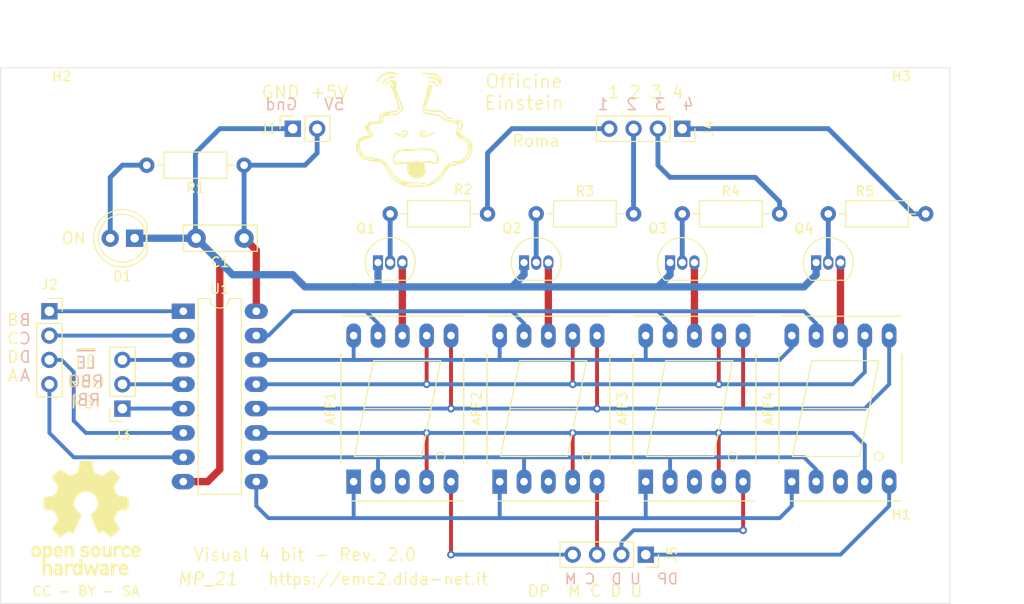
<source format=kicad_pcb>
(kicad_pcb (version 20171130) (host pcbnew "(5.1.10)-1")

  (general
    (thickness 1.6)
    (drawings 24)
    (tracks 152)
    (zones 0)
    (modules 26)
    (nets 34)
  )

  (page A4)
  (layers
    (0 F.Cu signal)
    (31 B.Cu signal)
    (32 B.Adhes user)
    (33 F.Adhes user)
    (34 B.Paste user)
    (35 F.Paste user)
    (36 B.SilkS user)
    (37 F.SilkS user)
    (38 B.Mask user)
    (39 F.Mask user)
    (40 Dwgs.User user)
    (41 Cmts.User user)
    (42 Eco1.User user)
    (43 Eco2.User user)
    (44 Edge.Cuts user)
    (45 Margin user)
    (46 B.CrtYd user)
    (47 F.CrtYd user)
    (48 B.Fab user)
    (49 F.Fab user)
  )

  (setup
    (last_trace_width 0.508)
    (user_trace_width 0.254)
    (user_trace_width 0.4064)
    (user_trace_width 0.508)
    (user_trace_width 0.762)
    (trace_clearance 0.2)
    (zone_clearance 0.508)
    (zone_45_only no)
    (trace_min 0.2)
    (via_size 0.8)
    (via_drill 0.4)
    (via_min_size 0.4)
    (via_min_drill 0.3)
    (user_via 0.5 0.3)
    (user_via 0.6 0.3)
    (uvia_size 0.3)
    (uvia_drill 0.1)
    (uvias_allowed no)
    (uvia_min_size 0.2)
    (uvia_min_drill 0.1)
    (edge_width 0.05)
    (segment_width 0.2)
    (pcb_text_width 0.3)
    (pcb_text_size 1.5 1.5)
    (mod_edge_width 0.12)
    (mod_text_size 1 1)
    (mod_text_width 0.15)
    (pad_size 1.524 1.524)
    (pad_drill 0.762)
    (pad_to_mask_clearance 0)
    (aux_axis_origin 0 0)
    (visible_elements 7FFFFFFF)
    (pcbplotparams
      (layerselection 0x3ffff_ffffffff)
      (usegerberextensions false)
      (usegerberattributes false)
      (usegerberadvancedattributes false)
      (creategerberjobfile true)
      (excludeedgelayer true)
      (linewidth 0.100000)
      (plotframeref false)
      (viasonmask false)
      (mode 1)
      (useauxorigin false)
      (hpglpennumber 1)
      (hpglpenspeed 20)
      (hpglpendiameter 15.000000)
      (psnegative false)
      (psa4output false)
      (plotreference true)
      (plotvalue true)
      (plotinvisibletext false)
      (padsonsilk false)
      (subtractmaskfromsilk false)
      (outputformat 1)
      (mirror false)
      (drillshape 0)
      (scaleselection 1)
      (outputdirectory "Gerber_2/"))
  )

  (net 0 "")
  (net 1 "Net-(AFF1-Pad1)")
  (net 2 "Net-(AFF1-Pad2)")
  (net 3 "Net-(AFF1-Pad3)")
  (net 4 "Net-(AFF1-Pad4)")
  (net 5 "Net-(AFF1-Pad5)")
  (net 6 "Net-(AFF1-Pad6)")
  (net 7 "Net-(AFF1-Pad7)")
  (net 8 "Net-(AFF1-Pad9)")
  (net 9 "Net-(AFF1-Pad10)")
  (net 10 "Net-(AFF2-Pad3)")
  (net 11 "Net-(AFF2-Pad5)")
  (net 12 "Net-(AFF3-Pad3)")
  (net 13 "Net-(AFF3-Pad5)")
  (net 14 "Net-(AFF4-Pad3)")
  (net 15 "Net-(AFF4-Pad5)")
  (net 16 +5V)
  (net 17 GND)
  (net 18 "Net-(D1-Pad2)")
  (net 19 "Net-(J2-Pad1)")
  (net 20 "Net-(J2-Pad2)")
  (net 21 "Net-(J2-Pad3)")
  (net 22 "Net-(J2-Pad4)")
  (net 23 "Net-(J3-Pad1)")
  (net 24 "Net-(J3-Pad2)")
  (net 25 "Net-(J3-Pad3)")
  (net 26 "Net-(J4-Pad4)")
  (net 27 "Net-(J4-Pad3)")
  (net 28 "Net-(J4-Pad2)")
  (net 29 "Net-(J4-Pad1)")
  (net 30 "Net-(Q1-Pad2)")
  (net 31 "Net-(Q2-Pad2)")
  (net 32 "Net-(Q3-Pad2)")
  (net 33 "Net-(Q4-Pad2)")

  (net_class Default "This is the default net class."
    (clearance 0.2)
    (trace_width 0.25)
    (via_dia 0.8)
    (via_drill 0.4)
    (uvia_dia 0.3)
    (uvia_drill 0.1)
    (add_net +5V)
    (add_net GND)
    (add_net "Net-(AFF1-Pad1)")
    (add_net "Net-(AFF1-Pad10)")
    (add_net "Net-(AFF1-Pad2)")
    (add_net "Net-(AFF1-Pad3)")
    (add_net "Net-(AFF1-Pad4)")
    (add_net "Net-(AFF1-Pad5)")
    (add_net "Net-(AFF1-Pad6)")
    (add_net "Net-(AFF1-Pad7)")
    (add_net "Net-(AFF1-Pad9)")
    (add_net "Net-(AFF2-Pad3)")
    (add_net "Net-(AFF2-Pad5)")
    (add_net "Net-(AFF3-Pad3)")
    (add_net "Net-(AFF3-Pad5)")
    (add_net "Net-(AFF4-Pad3)")
    (add_net "Net-(AFF4-Pad5)")
    (add_net "Net-(D1-Pad2)")
    (add_net "Net-(J2-Pad1)")
    (add_net "Net-(J2-Pad2)")
    (add_net "Net-(J2-Pad3)")
    (add_net "Net-(J2-Pad4)")
    (add_net "Net-(J3-Pad1)")
    (add_net "Net-(J3-Pad2)")
    (add_net "Net-(J3-Pad3)")
    (add_net "Net-(J4-Pad1)")
    (add_net "Net-(J4-Pad2)")
    (add_net "Net-(J4-Pad3)")
    (add_net "Net-(J4-Pad4)")
    (add_net "Net-(Q1-Pad2)")
    (add_net "Net-(Q2-Pad2)")
    (add_net "Net-(Q3-Pad2)")
    (add_net "Net-(Q4-Pad2)")
  )

  (module Symbol:Logo200_Albert (layer F.Cu) (tedit 0) (tstamp 60DC823D)
    (at 101.6 67.31)
    (fp_text reference G*** (at -7.62 8.89) (layer F.SilkS) hide
      (effects (font (size 1.524 1.524) (thickness 0.3)))
    )
    (fp_text value LOGO (at -7.62 6.35) (layer F.SilkS) hide
      (effects (font (size 1.524 1.524) (thickness 0.3)))
    )
    (fp_poly (pts (xy -1.905 -4.953) (xy -1.808772 -4.85185) (xy -1.854284 -4.827945) (xy -1.93259 -4.717585)
      (xy -1.927028 -4.42653) (xy -1.848748 -4.009642) (xy -1.708898 -3.521784) (xy -1.51863 -3.017817)
      (xy -1.459316 -2.884492) (xy -1.278821 -2.476348) (xy -1.200917 -2.219571) (xy -1.215693 -2.0378)
      (xy -1.313243 -1.854675) (xy -1.323619 -1.838759) (xy -1.507096 -1.626512) (xy -1.761287 -1.491257)
      (xy -2.149214 -1.410863) (xy -2.667 -1.366993) (xy -3.020424 -1.333092) (xy -3.193927 -1.250223)
      (xy -3.261536 -1.064345) (xy -3.278297 -0.92075) (xy -3.3165 -0.672921) (xy -3.415733 -0.551638)
      (xy -3.647276 -0.511722) (xy -3.929497 -0.508) (xy -4.431154 -0.460183) (xy -4.711084 -0.322425)
      (xy -4.761254 -0.103271) (xy -4.579147 0.182893) (xy -4.35691 0.520562) (xy -4.37663 0.788431)
      (xy -4.503277 0.878285) (xy -4.456522 0.78237) (xy -4.445 0.639468) (xy -4.549179 0.396673)
      (xy -4.73075 0.251462) (xy -4.919644 0.166032) (xy -4.898104 0.206601) (xy -4.79425 0.292744)
      (xy -4.614546 0.524173) (xy -4.572 0.68075) (xy -4.540089 0.86122) (xy -4.512911 0.885121)
      (xy -4.633073 0.970374) (xy -4.852462 1.024743) (xy -5.379356 1.186379) (xy -5.679922 1.462851)
      (xy -5.753779 1.853563) (xy -5.643208 2.262816) (xy -5.386096 2.615541) (xy -4.938728 2.873831)
      (xy -4.277545 3.049636) (xy -4.009782 3.091403) (xy -3.60513 3.171258) (xy -3.28378 3.313607)
      (xy -2.989536 3.561918) (xy -2.6662 3.959654) (xy -2.403877 4.333477) (xy -1.983706 4.886166)
      (xy -1.569068 5.260341) (xy -1.096173 5.4869) (xy -0.501233 5.596745) (xy 0.254 5.620999)
      (xy 0.828589 5.625392) (xy 1.151999 5.649756) (xy 1.226281 5.694317) (xy 1.175787 5.722274)
      (xy 0.915774 5.771374) (xy 0.48654 5.800612) (xy -0.027558 5.804805) (xy -0.12764 5.802349)
      (xy -0.630703 5.796921) (xy -0.886387 5.818192) (xy -0.892321 5.865911) (xy -0.858928 5.880292)
      (xy -0.570047 5.937157) (xy -0.14968 5.959443) (xy 0.332228 5.951271) (xy 0.805733 5.916762)
      (xy 1.20089 5.860038) (xy 1.447756 5.78522) (xy 1.493946 5.74166) (xy 1.530492 5.702934)
      (xy 1.804865 5.702934) (xy 1.816056 5.706877) (xy 1.990326 5.659184) (xy 2.269829 5.53285)
      (xy 2.277023 5.529141) (xy 2.505796 5.353117) (xy 2.755605 5.079362) (xy 2.976453 4.776612)
      (xy 3.118346 4.513604) (xy 3.131288 4.359073) (xy 3.129478 4.357145) (xy 3.041091 4.422281)
      (xy 2.881158 4.651225) (xy 2.792596 4.801345) (xy 2.523877 5.163284) (xy 2.200944 5.448547)
      (xy 2.113028 5.500071) (xy 1.878616 5.631115) (xy 1.804865 5.702934) (xy 1.530492 5.702934)
      (xy 1.6385 5.588485) (xy 1.92112 5.426106) (xy 1.960772 5.408913) (xy 2.311938 5.171047)
      (xy 2.628466 4.807219) (xy 2.667581 4.74532) (xy 3.130605 4.073205) (xy 3.542053 3.675477)
      (xy 3.624149 3.675477) (xy 3.69085 3.72179) (xy 3.913251 3.728326) (xy 4.197474 3.702491)
      (xy 4.449638 3.651692) (xy 4.561416 3.601524) (xy 4.486207 3.572079) (xy 4.233255 3.556662)
      (xy 4.156161 3.556) (xy 3.833891 3.586187) (xy 3.637171 3.660357) (xy 3.624149 3.675477)
      (xy 3.542053 3.675477) (xy 3.575464 3.643181) (xy 3.955788 3.471333) (xy 4.741333 3.471333)
      (xy 4.758766 3.546834) (xy 4.826 3.556) (xy 4.930535 3.509532) (xy 4.910666 3.471333)
      (xy 4.759947 3.456133) (xy 4.741333 3.471333) (xy 3.955788 3.471333) (xy 4.013846 3.4451)
      (xy 4.184163 3.428525) (xy 4.60339 3.351874) (xy 5.132878 3.351874) (xy 5.159452 3.385462)
      (xy 5.243447 3.357954) (xy 5.465597 3.185068) (xy 5.638373 2.937359) (xy 5.773013 2.620671)
      (xy 5.878846 2.28872) (xy 5.934169 2.023143) (xy 5.917282 1.905577) (xy 5.912814 1.905)
      (xy 5.845431 2.01484) (xy 5.749918 2.290035) (xy 5.715139 2.412483) (xy 5.556461 2.809535)
      (xy 5.340337 3.13819) (xy 5.297493 3.182328) (xy 5.132878 3.351874) (xy 4.60339 3.351874)
      (xy 4.766709 3.322013) (xy 5.224589 3.025254) (xy 5.512865 2.57042) (xy 5.549383 2.451074)
      (xy 5.612417 1.931832) (xy 5.478934 1.545315) (xy 5.124675 1.237585) (xy 4.963467 1.14834)
      (xy 4.647526 0.946833) (xy 4.935944 0.946833) (xy 5.098383 1.053727) (xy 5.188666 1.095698)
      (xy 5.496309 1.29438) (xy 5.678898 1.532466) (xy 5.687175 1.558313) (xy 5.759839 1.723898)
      (xy 5.818906 1.656779) (xy 5.770985 1.463005) (xy 5.575876 1.220099) (xy 5.535566 1.183804)
      (xy 5.24612 0.986837) (xy 4.99714 0.899539) (xy 4.977668 0.899359) (xy 4.935944 0.946833)
      (xy 4.647526 0.946833) (xy 4.508548 0.858193) (xy 4.298518 0.569684) (xy 4.305461 0.489966)
      (xy 4.502041 0.489966) (xy 4.591494 0.381402) (xy 4.691378 0.21251) (xy 4.854786 -0.168152)
      (xy 4.895855 -0.473155) (xy 4.886408 -0.51774) (xy 4.775154 -0.734887) (xy 4.676505 -0.715701)
      (xy 4.618394 -0.477388) (xy 4.612833 -0.34925) (xy 4.579699 0.054514) (xy 4.514023 0.381)
      (xy 4.502041 0.489966) (xy 4.305461 0.489966) (xy 4.32482 0.267697) (xy 4.395675 0.145301)
      (xy 4.546541 -0.195267) (xy 4.459746 -0.446487) (xy 4.135505 -0.608071) (xy 3.793342 -0.6653)
      (xy 3.321287 -0.749991) (xy 3.006568 -0.918169) (xy 2.87613 -1.049356) (xy 2.6692 -1.239594)
      (xy 2.397345 -1.353567) (xy 1.979522 -1.420338) (xy 1.795061 -1.437027) (xy 1.35487 -1.489656)
      (xy 1.014365 -1.561381) (xy 0.861969 -1.627231) (xy 0.825907 -1.82714) (xy 0.885556 -2.250721)
      (xy 1.019494 -2.812692) (xy 1.046944 -2.921) (xy 1.143 -2.921) (xy 1.189467 -2.816465)
      (xy 1.227666 -2.836334) (xy 1.242866 -2.987053) (xy 1.227666 -3.005667) (xy 1.152165 -2.988234)
      (xy 1.143 -2.921) (xy 1.046944 -2.921) (xy 1.127413 -3.2385) (xy 1.27 -3.2385)
      (xy 1.3335 -3.175) (xy 1.397 -3.2385) (xy 1.3335 -3.302) (xy 1.27 -3.2385)
      (xy 1.127413 -3.2385) (xy 1.152863 -3.338911) (xy 1.259331 -3.805213) (xy 1.260235 -3.81)
      (xy 1.397 -3.81) (xy 1.443467 -3.705465) (xy 1.481666 -3.725334) (xy 1.496866 -3.876053)
      (xy 1.481666 -3.894667) (xy 1.406165 -3.877234) (xy 1.397 -3.81) (xy 1.260235 -3.81)
      (xy 1.320958 -4.13148) (xy 1.328098 -4.191) (xy 1.412313 -4.402667) (xy 1.566333 -4.402667)
      (xy 1.583766 -4.327166) (xy 1.651 -4.318) (xy 1.755535 -4.364468) (xy 1.735666 -4.402667)
      (xy 1.584947 -4.417867) (xy 1.566333 -4.402667) (xy 1.412313 -4.402667) (xy 1.436948 -4.464584)
      (xy 1.629762 -4.549083) (xy 1.799309 -4.564006) (xy 1.878509 -4.513639) (xy 1.869021 -4.350509)
      (xy 1.772507 -4.02714) (xy 1.659581 -3.69604) (xy 1.508684 -3.234513) (xy 1.383988 -2.811239)
      (xy 1.333355 -2.610124) (xy 1.260255 -2.373019) (xy 1.178445 -2.36362) (xy 1.136218 -2.419624)
      (xy 1.041839 -2.535343) (xy 1.018122 -2.420451) (xy 1.017944 -2.40665) (xy 1.092992 -2.147931)
      (xy 1.342969 -1.987941) (xy 1.795871 -1.913848) (xy 2.112252 -1.905) (xy 2.558204 -1.894648)
      (xy 2.831532 -1.844484) (xy 3.013366 -1.72585) (xy 3.169682 -1.531468) (xy 3.485355 -1.229351)
      (xy 3.90858 -1.108317) (xy 4.3815 -1.058699) (xy 3.845011 -1.03735) (xy 3.488364 -1.04569)
      (xy 3.281866 -1.140805) (xy 3.124405 -1.372272) (xy 3.1115 -1.397) (xy 2.986449 -1.605797)
      (xy 2.836544 -1.719933) (xy 2.587606 -1.767845) (xy 2.165455 -1.777971) (xy 2.117638 -1.778)
      (xy 1.667867 -1.800949) (xy 1.320375 -1.860977) (xy 1.170516 -1.928284) (xy 0.997701 -2.013852)
      (xy 0.931333 -1.989667) (xy 0.903065 -1.843336) (xy 1.103612 -1.713695) (xy 1.507856 -1.611629)
      (xy 1.922061 -1.560364) (xy 2.426978 -1.494682) (xy 2.75332 -1.386818) (xy 2.975947 -1.211512)
      (xy 2.9845 -1.201891) (xy 3.261654 -0.994241) (xy 3.679568 -0.881312) (xy 3.900969 -0.856371)
      (xy 4.256411 -0.843395) (xy 4.468093 -0.869717) (xy 4.496723 -0.908054) (xy 4.479142 -1.013484)
      (xy 4.596942 -0.993508) (xy 4.7797 -0.871589) (xy 4.869816 -0.78375) (xy 5.058216 -0.412443)
      (xy 5.001442 -0.011002) (xy 4.88546 0.183023) (xy 4.740634 0.401716) (xy 4.743761 0.547224)
      (xy 4.926365 0.679863) (xy 5.215151 0.813843) (xy 5.718298 1.145779) (xy 5.997784 1.589841)
      (xy 6.045222 2.128692) (xy 5.985855 2.406823) (xy 5.815604 2.818354) (xy 5.593016 3.175264)
      (xy 5.551683 3.223748) (xy 5.254964 3.443421) (xy 4.811401 3.662964) (xy 4.324609 3.840003)
      (xy 3.898206 3.932165) (xy 3.80756 3.937) (xy 3.625794 4.045046) (xy 3.394956 4.332337)
      (xy 3.251146 4.571286) (xy 2.776644 5.239703) (xy 2.183315 5.695636) (xy 1.499511 5.951527)
      (xy 0.892505 6.046467) (xy 0.184528 6.07962) (xy -0.512957 6.051189) (xy -1.088488 5.961372)
      (xy -1.143 5.946781) (xy -1.818978 5.629855) (xy -2.386816 5.090535) (xy -2.800559 4.432007)
      (xy -3.103856 3.919023) (xy -3.410192 3.620945) (xy -3.117647 3.620945) (xy -3.10761 3.658558)
      (xy -3.094548 3.676775) (xy -2.949904 3.909301) (xy -2.758965 4.257689) (xy -2.68928 4.393524)
      (xy -2.456901 4.759799) (xy -2.144123 5.133149) (xy -1.81032 5.454535) (xy -1.514862 5.664916)
      (xy -1.360831 5.714525) (xy -1.355723 5.658792) (xy -1.529266 5.519898) (xy -1.62241 5.46047)
      (xy -1.933724 5.197599) (xy -2.252449 4.817795) (xy -2.38441 4.616538) (xy -2.634169 4.220758)
      (xy -2.880917 3.876821) (xy -2.9845 3.753118) (xy -3.117647 3.620945) (xy -3.410192 3.620945)
      (xy -3.420889 3.610537) (xy -3.816448 3.462228) (xy -4.266847 3.429) (xy -4.654392 3.3655)
      (xy -3.556 3.3655) (xy -3.4925 3.429) (xy -3.429 3.3655) (xy -3.4925 3.302)
      (xy -3.556 3.3655) (xy -4.654392 3.3655) (xy -4.910355 3.32356) (xy -5.49879 3.037486)
      (xy -5.739769 2.829617) (xy -5.538951 2.829617) (xy -5.499836 2.924263) (xy -5.285553 3.044208)
      (xy -4.96944 3.162208) (xy -4.624836 3.251015) (xy -4.325078 3.283384) (xy -4.318 3.283212)
      (xy -3.8735 3.270207) (xy -4.3815 3.183897) (xy -4.791987 3.086076) (xy -5.143088 2.957389)
      (xy -5.186128 2.935504) (xy -5.423876 2.834131) (xy -5.538951 2.829617) (xy -5.739769 2.829617)
      (xy -5.798893 2.778617) (xy -6.054026 2.346573) (xy -6.085802 2.12143) (xy -5.959638 2.12143)
      (xy -5.902747 2.381605) (xy -5.788914 2.60131) (xy -5.687181 2.667) (xy -5.603212 2.626658)
      (xy -5.689601 2.5146) (xy -5.819838 2.263905) (xy -5.842 2.112433) (xy -5.873605 1.944312)
      (xy -5.920753 1.941418) (xy -5.959638 2.12143) (xy -6.085802 2.12143) (xy -6.120619 1.874747)
      (xy -6.058161 1.594995) (xy -5.969 1.594995) (xy -5.938668 1.765235) (xy -5.866627 1.703704)
      (xy -5.805157 1.523824) (xy -5.796793 1.351944) (xy -5.853844 1.340819) (xy -5.959616 1.517034)
      (xy -5.969 1.594995) (xy -6.058161 1.594995) (xy -6.019625 1.422397) (xy -5.79236 1.0795)
      (xy -5.715 1.0795) (xy -5.6515 1.143) (xy -5.588 1.0795) (xy -5.6515 1.016)
      (xy -5.715 1.0795) (xy -5.79236 1.0795) (xy -5.772 1.048782) (xy -5.619458 0.9525)
      (xy -5.461 0.9525) (xy -5.3975 1.016) (xy -5.334 0.9525) (xy -5.3975 0.889)
      (xy -5.461 0.9525) (xy -5.619458 0.9525) (xy -5.3987 0.813162) (xy -5.085773 0.762)
      (xy -4.800974 0.742814) (xy -4.720679 0.653836) (xy -4.831667 0.447938) (xy -4.953001 0.288654)
      (xy -5.154401 -0.00553) (xy -5.178217 -0.214502) (xy -5.024448 -0.434654) (xy -4.953001 -0.508)
      (xy -4.561139 -0.720257) (xy -4.191001 -0.762) (xy -3.865161 -0.777269) (xy -3.813423 -0.806357)
      (xy -3.599199 -0.806357) (xy -3.563077 -0.647542) (xy -3.534005 -0.635) (xy -3.447453 -0.741101)
      (xy -3.429 -0.878613) (xy -3.38362 -1.212154) (xy -3.343918 -1.343947) (xy -3.322375 -1.495697)
      (xy -3.392776 -1.482889) (xy -3.496931 -1.326794) (xy -3.571444 -1.067029) (xy -3.599199 -0.806357)
      (xy -3.813423 -0.806357) (xy -3.720307 -0.858708) (xy -3.683741 -1.059768) (xy -3.683001 -1.135505)
      (xy -3.663193 -1.383172) (xy -3.571101 -1.545349) (xy -3.550177 -1.555688) (xy -3.1115 -1.555688)
      (xy -2.44475 -1.539844) (xy -1.977802 -1.559048) (xy -1.67498 -1.658065) (xy -1.53089 -1.771111)
      (xy -1.372041 -2.062949) (xy -1.399638 -2.456586) (xy -1.616484 -2.982611) (xy -1.647348 -3.041175)
      (xy -1.785317 -3.258061) (xy -1.840997 -3.256589) (xy -1.812622 -3.059303) (xy -1.698428 -2.688744)
      (xy -1.679189 -2.634579) (xy -1.56047 -2.228446) (xy -1.580499 -1.965609) (xy -1.772549 -1.802734)
      (xy -2.169888 -1.696487) (xy -2.431624 -1.654571) (xy -3.1115 -1.555688) (xy -3.550177 -1.555688)
      (xy -3.357722 -1.650783) (xy -2.974055 -1.728225) (xy -2.583642 -1.780463) (xy -2.150687 -1.84285)
      (xy -1.826931 -1.905722) (xy -1.68795 -1.952717) (xy -1.686892 -2.10471) (xy -1.759554 -2.42689)
      (xy -1.884184 -2.854074) (xy -2.039027 -3.321075) (xy -2.202331 -3.762708) (xy -2.352343 -4.113788)
      (xy -2.467309 -4.30913) (xy -2.477576 -4.318893) (xy -2.57734 -4.501005) (xy -2.413 -4.501005)
      (xy -2.351432 -4.369553) (xy -2.286 -4.3815) (xy -2.163845 -4.543865) (xy -2.159 -4.579496)
      (xy -2.255869 -4.69558) (xy -2.286 -4.699) (xy -2.397457 -4.595627) (xy -2.413 -4.501005)
      (xy -2.57734 -4.501005) (xy -2.596027 -4.535116) (xy -2.500874 -4.742949) (xy -2.243512 -4.86478)
      (xy -1.9685 -4.91841) (xy -2.249303 -4.935705) (xy -2.537336 -4.859544) (xy -2.789053 -4.675053)
      (xy -2.979632 -4.514302) (xy -3.040712 -4.545925) (xy -2.956713 -4.735278) (xy -2.871211 -4.85775)
      (xy -2.59397 -5.037285) (xy -2.222136 -5.065603) (xy -1.905 -4.953)) (layer F.SilkS) (width 0.01))
    (fp_poly (pts (xy 1.6354 2.089494) (xy 1.865901 2.132888) (xy 2.027057 2.204981) (xy 2.134541 2.284178)
      (xy 2.40938 2.622302) (xy 2.558299 3.024308) (xy 2.550449 3.392594) (xy 2.513038 3.481687)
      (xy 2.392788 3.612417) (xy 2.182541 3.655075) (xy 1.806955 3.623392) (xy 1.765947 3.617842)
      (xy 1.143 3.532165) (xy 1.143 4.163532) (xy 1.102081 4.643923) (xy 0.949037 4.937152)
      (xy 0.638432 5.101144) (xy 0.360542 5.161116) (xy -0.053695 5.152135) (xy -0.41279 4.955253)
      (xy -0.641643 4.725399) (xy -0.74269 4.446528) (xy -0.762 4.104694) (xy -0.775067 3.755183)
      (xy -0.830369 3.605783) (xy -0.952064 3.603247) (xy -0.98425 3.614806) (xy -1.50091 3.759707)
      (xy -1.907517 3.764564) (xy -2.095185 3.683261) (xy -2.258692 3.398242) (xy -2.258332 3.05047)
      (xy -2.111475 3.05047) (xy -2.102964 3.278485) (xy -2.039311 3.409176) (xy -1.91405 3.483438)
      (xy -1.670718 3.512954) (xy -1.25285 3.509409) (xy -1.025704 3.50141) (xy -0.535788 3.472814)
      (xy -0.1399 3.431621) (xy 0.089278 3.385814) (xy 0.108732 3.376789) (xy 0.319574 3.362723)
      (xy 0.511594 3.430923) (xy 0.806311 3.506975) (xy 1.195276 3.432545) (xy 1.224411 3.423088)
      (xy 1.5808 3.340691) (xy 1.788373 3.391928) (xy 1.815092 3.415292) (xy 2.055289 3.550071)
      (xy 2.246168 3.48215) (xy 2.352459 3.262436) (xy 2.338892 2.94184) (xy 2.273452 2.753677)
      (xy 1.981792 2.404493) (xy 1.514374 2.216687) (xy 0.899672 2.200621) (xy 0.791645 2.214374)
      (xy 0.346962 2.263074) (xy -0.22243 2.303686) (xy -0.747349 2.325903) (xy -1.24225 2.34678)
      (xy -1.553475 2.39281) (xy -1.751315 2.485147) (xy -1.906065 2.644948) (xy -1.935501 2.683488)
      (xy -2.111475 3.05047) (xy -2.258332 3.05047) (xy -2.258292 3.012798) (xy -2.101074 2.614325)
      (xy -1.996949 2.472121) (xy -1.872851 2.338727) (xy -1.738417 2.2449) (xy -1.54782 2.182105)
      (xy -1.255232 2.141806) (xy -0.814824 2.115465) (xy -0.180769 2.094548) (xy 0.066801 2.087706)
      (xy 0.781952 2.071283) (xy 1.289451 2.070419) (xy 1.6354 2.089494)) (layer F.SilkS) (width 0.01))
    (fp_poly (pts (xy -0.72137 0.307452) (xy -0.709897 0.333597) (xy -0.719196 0.607021) (xy -0.903533 0.821695)
      (xy -1.126801 0.884028) (xy -1.375063 0.83053) (xy -1.717874 0.705418) (xy -1.778 0.679135)
      (xy -2.021928 0.541815) (xy -2.093756 0.440464) (xy -2.070791 0.42187) (xy -1.846278 0.43074)
      (xy -1.66639 0.499763) (xy -1.331042 0.617413) (xy -1.048796 0.614408) (xy -0.897374 0.496273)
      (xy -0.889 0.4445) (xy -0.957577 0.275492) (xy -1.016 0.254) (xy -1.13931 0.350643)
      (xy -1.143 0.381) (xy -1.236728 0.504339) (xy -1.266015 0.508) (xy -1.335892 0.414908)
      (xy -1.315927 0.3175) (xy -1.145744 0.153919) (xy -0.906202 0.151668) (xy -0.72137 0.307452)) (layer F.SilkS) (width 0.01))
    (fp_poly (pts (xy 0.957339 0.177939) (xy 1.049936 0.237136) (xy 1.100801 0.346998) (xy 0.927252 0.380881)
      (xy 0.906904 0.381) (xy 0.71518 0.426099) (xy 0.6985 0.508) (xy 0.867684 0.594497)
      (xy 1.174313 0.634649) (xy 1.2065 0.635) (xy 1.520179 0.600781) (xy 1.707471 0.517452)
      (xy 1.7145 0.508) (xy 1.896172 0.395869) (xy 2.004253 0.381) (xy 2.115629 0.409154)
      (xy 2.020402 0.515207) (xy 1.931803 0.57972) (xy 1.586931 0.740765) (xy 1.166072 0.836014)
      (xy 0.79091 0.84325) (xy 0.66675 0.810712) (xy 0.528439 0.636433) (xy 0.530568 0.386389)
      (xy 0.664951 0.190798) (xy 0.707036 0.16965) (xy 0.957339 0.177939)) (layer F.SilkS) (width 0.01))
    (fp_poly (pts (xy 2.132552 -4.885113) (xy 2.357028 -4.676192) (xy 2.413 -4.505573) (xy 2.394115 -4.340709)
      (xy 2.315637 -4.383136) (xy 2.188473 -4.572) (xy 1.925667 -4.780438) (xy 1.681673 -4.829862)
      (xy 1.455299 -4.844564) (xy 1.457766 -4.900017) (xy 1.562578 -4.966994) (xy 1.832687 -5.001063)
      (xy 2.132552 -4.885113)) (layer F.SilkS) (width 0.01))
    (fp_poly (pts (xy 1.529624 -5.817004) (xy 2.007992 -5.761063) (xy 2.327445 -5.655172) (xy 2.582631 -5.464334)
      (xy 2.640874 -5.406102) (xy 2.83843 -5.156275) (xy 2.861261 -5.010323) (xy 2.839232 -4.995773)
      (xy 2.748315 -4.847033) (xy 2.758794 -4.692911) (xy 2.788827 -4.479143) (xy 2.726769 -4.480416)
      (xy 2.598968 -4.687074) (xy 2.561946 -4.76505) (xy 2.283956 -5.095017) (xy 1.871014 -5.26161)
      (xy 1.505879 -5.251158) (xy 1.3146 -5.22262) (xy 1.345475 -5.282462) (xy 1.397 -5.321039)
      (xy 1.77263 -5.45104) (xy 2.209052 -5.340938) (xy 2.385718 -5.240943) (xy 2.608796 -5.105069)
      (xy 2.652116 -5.109458) (xy 2.561591 -5.234446) (xy 2.255656 -5.464075) (xy 1.811865 -5.626717)
      (xy 1.344291 -5.687766) (xy 1.131631 -5.668277) (xy 0.85215 -5.653304) (xy 0.762 -5.73344)
      (xy 0.884293 -5.812468) (xy 1.246408 -5.831373) (xy 1.529624 -5.817004)) (layer F.SilkS) (width 0.01))
    (fp_poly (pts (xy -2.059114 -5.434926) (xy -1.909441 -5.370714) (xy -1.905 -5.355996) (xy -2.01347 -5.298654)
      (xy -2.275416 -5.305391) (xy -2.285193 -5.306792) (xy -2.580915 -5.300424) (xy -2.845452 -5.150289)
      (xy -3.047193 -4.953865) (xy -3.273033 -4.740612) (xy -3.410031 -4.666234) (xy -3.429 -4.691342)
      (xy -3.318045 -4.957096) (xy -3.039873 -5.212903) (xy -2.676522 -5.399956) (xy -2.355273 -5.461)
      (xy -2.059114 -5.434926)) (layer F.SilkS) (width 0.01))
    (fp_poly (pts (xy -1.905 -5.777475) (xy -1.733365 -5.670887) (xy -1.734926 -5.629217) (xy -1.939414 -5.641334)
      (xy -2.187386 -5.671776) (xy -2.854677 -5.669245) (xy -3.363669 -5.472066) (xy -3.709885 -5.082081)
      (xy -3.7331 -5.037196) (xy -3.861267 -4.826387) (xy -3.9298 -4.812392) (xy -3.934109 -4.847363)
      (xy -3.866386 -5.224426) (xy -3.622186 -5.517393) (xy -3.291396 -5.72041) (xy -2.74631 -5.92707)
      (xy -2.280517 -5.929295) (xy -1.905 -5.777475)) (layer F.SilkS) (width 0.01))
  )

  (module Symbol:OSHW-Logo_11.4x12mm_SilkScreen (layer F.Cu) (tedit 0) (tstamp 60C8D163)
    (at 67.31 107.95)
    (descr "Open Source Hardware Logo")
    (tags "Logo OSHW")
    (attr virtual)
    (fp_text reference REF** (at 0 0) (layer F.SilkS) hide
      (effects (font (size 1 1) (thickness 0.15)))
    )
    (fp_text value OSHW-Logo_11.4x12mm_SilkScreen (at 5.08 0) (layer F.Fab) hide
      (effects (font (size 1 1) (thickness 0.15)))
    )
    (fp_poly (pts (xy 0.746535 -5.366828) (xy 0.859117 -4.769637) (xy 1.274531 -4.59839) (xy 1.689944 -4.427143)
      (xy 2.188302 -4.766022) (xy 2.327868 -4.860378) (xy 2.454028 -4.944625) (xy 2.560895 -5.014917)
      (xy 2.642582 -5.067408) (xy 2.693201 -5.098251) (xy 2.706986 -5.104902) (xy 2.73182 -5.087797)
      (xy 2.784888 -5.040511) (xy 2.86024 -4.969083) (xy 2.951929 -4.879555) (xy 3.054007 -4.777966)
      (xy 3.160526 -4.670357) (xy 3.265536 -4.562768) (xy 3.363091 -4.46124) (xy 3.447242 -4.371814)
      (xy 3.51204 -4.300529) (xy 3.551538 -4.253427) (xy 3.56098 -4.237663) (xy 3.547391 -4.208602)
      (xy 3.509293 -4.144934) (xy 3.450694 -4.052888) (xy 3.375597 -3.938691) (xy 3.288009 -3.808571)
      (xy 3.237254 -3.734354) (xy 3.144745 -3.598833) (xy 3.06254 -3.476539) (xy 2.99463 -3.37356)
      (xy 2.945 -3.295982) (xy 2.91764 -3.249894) (xy 2.913529 -3.240208) (xy 2.922849 -3.212681)
      (xy 2.948254 -3.148527) (xy 2.985911 -3.056765) (xy 3.031986 -2.946416) (xy 3.082646 -2.8265)
      (xy 3.134059 -2.706036) (xy 3.182389 -2.594046) (xy 3.223806 -2.499548) (xy 3.254474 -2.431563)
      (xy 3.270562 -2.399112) (xy 3.271511 -2.397835) (xy 3.296772 -2.391638) (xy 3.364046 -2.377815)
      (xy 3.46636 -2.357723) (xy 3.596741 -2.332721) (xy 3.748216 -2.304169) (xy 3.836594 -2.287704)
      (xy 3.998452 -2.256886) (xy 4.144649 -2.227561) (xy 4.267787 -2.201334) (xy 4.360469 -2.179809)
      (xy 4.415301 -2.16459) (xy 4.426323 -2.159762) (xy 4.437119 -2.127081) (xy 4.445829 -2.05327)
      (xy 4.45246 -1.946963) (xy 4.457018 -1.816788) (xy 4.459509 -1.671379) (xy 4.459938 -1.519365)
      (xy 4.458311 -1.369378) (xy 4.454635 -1.230049) (xy 4.448915 -1.11001) (xy 4.441158 -1.01789)
      (xy 4.431368 -0.962323) (xy 4.425496 -0.950755) (xy 4.390399 -0.93689) (xy 4.316028 -0.917067)
      (xy 4.212223 -0.893616) (xy 4.088819 -0.868864) (xy 4.045741 -0.860857) (xy 3.838047 -0.822814)
      (xy 3.673984 -0.792176) (xy 3.54813 -0.767726) (xy 3.455065 -0.748246) (xy 3.389367 -0.732519)
      (xy 3.345617 -0.719327) (xy 3.318392 -0.707451) (xy 3.302272 -0.695675) (xy 3.300017 -0.693347)
      (xy 3.277503 -0.655855) (xy 3.243158 -0.58289) (xy 3.200411 -0.483388) (xy 3.152692 -0.366282)
      (xy 3.10343 -0.240507) (xy 3.056055 -0.114998) (xy 3.013995 0.00131) (xy 2.98068 0.099484)
      (xy 2.959541 0.170588) (xy 2.954005 0.205687) (xy 2.954466 0.206917) (xy 2.973223 0.235606)
      (xy 3.015776 0.29873) (xy 3.077653 0.389718) (xy 3.154382 0.502) (xy 3.241491 0.629005)
      (xy 3.266299 0.665098) (xy 3.354753 0.795948) (xy 3.432588 0.915336) (xy 3.495566 1.016407)
      (xy 3.539445 1.092304) (xy 3.559985 1.136172) (xy 3.56098 1.141562) (xy 3.543722 1.169889)
      (xy 3.496036 1.226006) (xy 3.42405 1.303882) (xy 3.333897 1.397485) (xy 3.231705 1.500786)
      (xy 3.123606 1.607751) (xy 3.015728 1.712351) (xy 2.914204 1.808554) (xy 2.825162 1.890329)
      (xy 2.754733 1.951645) (xy 2.709047 1.986471) (xy 2.696409 1.992157) (xy 2.666991 1.978765)
      (xy 2.606761 1.942644) (xy 2.52553 1.889881) (xy 2.46303 1.847412) (xy 2.349785 1.769485)
      (xy 2.215674 1.677729) (xy 2.081155 1.58612) (xy 2.008833 1.537091) (xy 1.764038 1.371515)
      (xy 1.558551 1.48262) (xy 1.464936 1.531293) (xy 1.38533 1.569126) (xy 1.331467 1.590703)
      (xy 1.317757 1.593706) (xy 1.30127 1.571538) (xy 1.268745 1.508894) (xy 1.222609 1.411554)
      (xy 1.16529 1.285294) (xy 1.099216 1.135895) (xy 1.026815 0.969133) (xy 0.950516 0.790787)
      (xy 0.872746 0.606636) (xy 0.795934 0.422457) (xy 0.722506 0.24403) (xy 0.654892 0.077132)
      (xy 0.59552 -0.072458) (xy 0.546816 -0.198962) (xy 0.51121 -0.296601) (xy 0.49113 -0.359598)
      (xy 0.4879 -0.381234) (xy 0.513496 -0.408831) (xy 0.569539 -0.45363) (xy 0.644311 -0.506321)
      (xy 0.650587 -0.51049) (xy 0.843845 -0.665186) (xy 0.999674 -0.845664) (xy 1.116724 -1.046153)
      (xy 1.193645 -1.260881) (xy 1.229086 -1.484078) (xy 1.221697 -1.709974) (xy 1.170127 -1.932796)
      (xy 1.073026 -2.146776) (xy 1.044458 -2.193591) (xy 0.895868 -2.382637) (xy 0.720327 -2.534443)
      (xy 0.52391 -2.648221) (xy 0.312693 -2.72318) (xy 0.092753 -2.758533) (xy -0.129837 -2.753488)
      (xy -0.348999 -2.707256) (xy -0.558658 -2.619049) (xy -0.752739 -2.488076) (xy -0.812774 -2.434918)
      (xy -0.965565 -2.268516) (xy -1.076903 -2.093343) (xy -1.153277 -1.896989) (xy -1.195813 -1.702538)
      (xy -1.206314 -1.483913) (xy -1.171299 -1.264203) (xy -1.094327 -1.050835) (xy -0.978953 -0.851233)
      (xy -0.828734 -0.672826) (xy -0.647227 -0.523038) (xy -0.623373 -0.507249) (xy -0.547799 -0.455543)
      (xy -0.490349 -0.410743) (xy -0.462883 -0.382138) (xy -0.462483 -0.381234) (xy -0.46838 -0.350291)
      (xy -0.491755 -0.280064) (xy -0.530179 -0.17633) (xy -0.581223 -0.044865) (xy -0.642458 0.108552)
      (xy -0.711456 0.278146) (xy -0.785786 0.458138) (xy -0.863022 0.642753) (xy -0.940732 0.826213)
      (xy -1.016489 1.002741) (xy -1.087863 1.166559) (xy -1.152426 1.311892) (xy -1.207748 1.432962)
      (xy -1.2514 1.523992) (xy -1.280954 1.579205) (xy -1.292856 1.593706) (xy -1.329223 1.582414)
      (xy -1.39727 1.55213) (xy -1.485263 1.508265) (xy -1.533649 1.48262) (xy -1.739137 1.371515)
      (xy -1.983932 1.537091) (xy -2.108894 1.621915) (xy -2.245705 1.715261) (xy -2.373911 1.803153)
      (xy -2.438129 1.847412) (xy -2.528449 1.908063) (xy -2.604929 1.956126) (xy -2.657593 1.985515)
      (xy -2.674698 1.991727) (xy -2.699595 1.974968) (xy -2.754695 1.928181) (xy -2.834657 1.856225)
      (xy -2.934139 1.763957) (xy -3.0478 1.656235) (xy -3.119685 1.587071) (xy -3.245449 1.463502)
      (xy -3.354137 1.352979) (xy -3.441355 1.26023) (xy -3.502711 1.189982) (xy -3.533809 1.146965)
      (xy -3.536792 1.138235) (xy -3.522947 1.105029) (xy -3.484688 1.037887) (xy -3.426258 0.943608)
      (xy -3.351903 0.82899) (xy -3.265865 0.700828) (xy -3.241397 0.665098) (xy -3.152245 0.535234)
      (xy -3.072262 0.418314) (xy -3.00592 0.320907) (xy -2.957689 0.249584) (xy -2.932043 0.210915)
      (xy -2.929565 0.206917) (xy -2.933271 0.1761) (xy -2.952939 0.108344) (xy -2.98514 0.012584)
      (xy -3.026445 -0.102246) (xy -3.073425 -0.227211) (xy -3.122651 -0.353376) (xy -3.170692 -0.471807)
      (xy -3.214119 -0.57357) (xy -3.249504 -0.649729) (xy -3.273416 -0.691351) (xy -3.275116 -0.693347)
      (xy -3.289738 -0.705242) (xy -3.314435 -0.717005) (xy -3.354628 -0.729854) (xy -3.415737 -0.745006)
      (xy -3.503183 -0.763679) (xy -3.622388 -0.78709) (xy -3.778773 -0.816458) (xy -3.977757 -0.853)
      (xy -4.02084 -0.860857) (xy -4.148529 -0.885528) (xy -4.259847 -0.909662) (xy -4.344955 -0.930931)
      (xy -4.394017 -0.947007) (xy -4.400595 -0.950755) (xy -4.411436 -0.983982) (xy -4.420247 -1.058234)
      (xy -4.427024 -1.164879) (xy -4.43176 -1.295288) (xy -4.43445 -1.440828) (xy -4.435087 -1.592869)
      (xy -4.433666 -1.742779) (xy -4.43018 -1.881927) (xy -4.424624 -2.001683) (xy -4.416992 -2.093414)
      (xy -4.407278 -2.148489) (xy -4.401422 -2.159762) (xy -4.36882 -2.171132) (xy -4.294582 -2.189631)
      (xy -4.186104 -2.213653) (xy -4.050783 -2.241593) (xy -3.896015 -2.271847) (xy -3.811692 -2.287704)
      (xy -3.651704 -2.317611) (xy -3.509033 -2.344705) (xy -3.390652 -2.367624) (xy -3.303535 -2.385012)
      (xy -3.254655 -2.395508) (xy -3.24661 -2.397835) (xy -3.233013 -2.424069) (xy -3.204271 -2.48726)
      (xy -3.164215 -2.578378) (xy -3.116676 -2.688398) (xy -3.065485 -2.80829) (xy -3.014474 -2.929028)
      (xy -2.967474 -3.041584) (xy -2.928316 -3.136929) (xy -2.900831 -3.206038) (xy -2.888851 -3.239881)
      (xy -2.888628 -3.24136) (xy -2.902209 -3.268058) (xy -2.940285 -3.329495) (xy -2.998853 -3.419566)
      (xy -3.073912 -3.532165) (xy -3.16146 -3.661185) (xy -3.212353 -3.735294) (xy -3.305091 -3.871178)
      (xy -3.387459 -3.994546) (xy -3.455439 -4.099158) (xy -3.505012 -4.178772) (xy -3.532158 -4.227148)
      (xy -3.536079 -4.237993) (xy -3.519225 -4.263235) (xy -3.472632 -4.317131) (xy -3.402251 -4.393642)
      (xy -3.314035 -4.486732) (xy -3.213935 -4.59036) (xy -3.107902 -4.698491) (xy -3.001889 -4.805085)
      (xy -2.901848 -4.904105) (xy -2.81373 -4.989513) (xy -2.743487 -5.05527) (xy -2.697072 -5.095339)
      (xy -2.681544 -5.104902) (xy -2.656261 -5.091455) (xy -2.595789 -5.05368) (xy -2.506008 -4.99542)
      (xy -2.392797 -4.920521) (xy -2.262036 -4.83283) (xy -2.1634 -4.766022) (xy -1.665043 -4.427143)
      (xy -1.249629 -4.59839) (xy -0.834216 -4.769637) (xy -0.721634 -5.366828) (xy -0.609051 -5.96402)
      (xy 0.633952 -5.96402) (xy 0.746535 -5.366828)) (layer F.SilkS) (width 0.01))
    (fp_poly (pts (xy 3.563637 2.887472) (xy 3.64929 2.913641) (xy 3.704437 2.946707) (xy 3.722401 2.972855)
      (xy 3.717457 3.003852) (xy 3.685372 3.052547) (xy 3.658243 3.087035) (xy 3.602317 3.149383)
      (xy 3.560299 3.175615) (xy 3.52448 3.173903) (xy 3.418224 3.146863) (xy 3.340189 3.148091)
      (xy 3.27682 3.178735) (xy 3.255546 3.19667) (xy 3.187451 3.259779) (xy 3.187451 4.083922)
      (xy 2.913529 4.083922) (xy 2.913529 2.888628) (xy 3.05049 2.888628) (xy 3.132719 2.891879)
      (xy 3.175144 2.903426) (xy 3.187445 2.925952) (xy 3.187451 2.92662) (xy 3.19326 2.950215)
      (xy 3.219531 2.947138) (xy 3.255931 2.930115) (xy 3.331111 2.898439) (xy 3.392158 2.879381)
      (xy 3.470708 2.874496) (xy 3.563637 2.887472)) (layer F.SilkS) (width 0.01))
    (fp_poly (pts (xy -1.49324 2.909199) (xy -1.431264 2.938802) (xy -1.371241 2.981561) (xy -1.325514 3.030775)
      (xy -1.292207 3.093544) (xy -1.269445 3.176971) (xy -1.255353 3.288159) (xy -1.248058 3.434209)
      (xy -1.245682 3.622223) (xy -1.245645 3.641912) (xy -1.245098 4.083922) (xy -1.51902 4.083922)
      (xy -1.51902 3.676435) (xy -1.519215 3.525471) (xy -1.520564 3.416056) (xy -1.524212 3.339933)
      (xy -1.531304 3.288848) (xy -1.542987 3.254545) (xy -1.560406 3.228768) (xy -1.584671 3.203298)
      (xy -1.669565 3.148571) (xy -1.762239 3.138416) (xy -1.850527 3.173017) (xy -1.88123 3.19877)
      (xy -1.903771 3.222982) (xy -1.919954 3.248912) (xy -1.930832 3.284708) (xy -1.937458 3.338519)
      (xy -1.940885 3.418493) (xy -1.942166 3.532779) (xy -1.942353 3.671907) (xy -1.942353 4.083922)
      (xy -2.216275 4.083922) (xy -2.216275 2.888628) (xy -2.079314 2.888628) (xy -1.997084 2.891879)
      (xy -1.95466 2.903426) (xy -1.942359 2.925952) (xy -1.942353 2.92662) (xy -1.936646 2.948681)
      (xy -1.911473 2.946177) (xy -1.861422 2.921937) (xy -1.747906 2.886271) (xy -1.618055 2.882305)
      (xy -1.49324 2.909199)) (layer F.SilkS) (width 0.01))
    (fp_poly (pts (xy 5.303287 2.884355) (xy 5.367051 2.899845) (xy 5.4893 2.956569) (xy 5.593834 3.043202)
      (xy 5.66618 3.147074) (xy 5.676119 3.170396) (xy 5.689754 3.231484) (xy 5.699298 3.321853)
      (xy 5.702549 3.41319) (xy 5.702549 3.585882) (xy 5.34147 3.585882) (xy 5.192546 3.586445)
      (xy 5.087632 3.589864) (xy 5.020937 3.598731) (xy 4.986666 3.615641) (xy 4.979028 3.643189)
      (xy 4.992229 3.683968) (xy 5.015877 3.731683) (xy 5.081843 3.811314) (xy 5.173512 3.850987)
      (xy 5.285555 3.849695) (xy 5.412472 3.806514) (xy 5.522158 3.753224) (xy 5.613173 3.825191)
      (xy 5.704188 3.897157) (xy 5.618563 3.976269) (xy 5.50425 4.051017) (xy 5.363666 4.096084)
      (xy 5.212449 4.108696) (xy 5.066236 4.086079) (xy 5.042647 4.078405) (xy 4.914141 4.011296)
      (xy 4.818551 3.911247) (xy 4.753861 3.775271) (xy 4.718057 3.60038) (xy 4.71764 3.596632)
      (xy 4.714434 3.406032) (xy 4.727393 3.338035) (xy 4.980392 3.338035) (xy 5.003627 3.348491)
      (xy 5.06671 3.3565) (xy 5.159706 3.361073) (xy 5.218638 3.361765) (xy 5.328537 3.361332)
      (xy 5.397252 3.358578) (xy 5.433405 3.351321) (xy 5.445615 3.337376) (xy 5.442504 3.314562)
      (xy 5.439894 3.305735) (xy 5.395344 3.2228) (xy 5.325279 3.15596) (xy 5.263446 3.126589)
      (xy 5.181301 3.128362) (xy 5.098062 3.16499) (xy 5.028238 3.225634) (xy 4.986337 3.299456)
      (xy 4.980392 3.338035) (xy 4.727393 3.338035) (xy 4.746385 3.238395) (xy 4.809773 3.097711)
      (xy 4.900878 2.987974) (xy 5.015978 2.913174) (xy 5.151355 2.877304) (xy 5.303287 2.884355)) (layer F.SilkS) (width 0.01))
    (fp_poly (pts (xy 4.390976 2.899056) (xy 4.535256 2.960348) (xy 4.580699 2.990185) (xy 4.638779 3.036036)
      (xy 4.675238 3.072089) (xy 4.681568 3.083832) (xy 4.663693 3.109889) (xy 4.61795 3.154105)
      (xy 4.581328 3.184965) (xy 4.481088 3.26552) (xy 4.401935 3.198918) (xy 4.340769 3.155921)
      (xy 4.281129 3.141079) (xy 4.212872 3.144704) (xy 4.104482 3.171652) (xy 4.029872 3.227587)
      (xy 3.98453 3.318014) (xy 3.963947 3.448435) (xy 3.963942 3.448517) (xy 3.965722 3.59429)
      (xy 3.993387 3.701245) (xy 4.048571 3.774064) (xy 4.086192 3.798723) (xy 4.186105 3.829431)
      (xy 4.292822 3.829449) (xy 4.385669 3.799655) (xy 4.407647 3.785098) (xy 4.462765 3.747914)
      (xy 4.505859 3.74182) (xy 4.552335 3.769496) (xy 4.603716 3.819205) (xy 4.685046 3.903116)
      (xy 4.594749 3.977546) (xy 4.455236 4.061549) (xy 4.297912 4.102947) (xy 4.133503 4.09995)
      (xy 4.025531 4.0725) (xy 3.899331 4.00462) (xy 3.798401 3.897831) (xy 3.752548 3.822451)
      (xy 3.71541 3.714297) (xy 3.696827 3.577318) (xy 3.696684 3.428864) (xy 3.714865 3.286281)
      (xy 3.751255 3.166918) (xy 3.756987 3.15468) (xy 3.841865 3.034655) (xy 3.956782 2.947267)
      (xy 4.092659 2.894329) (xy 4.240417 2.877654) (xy 4.390976 2.899056)) (layer F.SilkS) (width 0.01))
    (fp_poly (pts (xy 1.967254 3.276245) (xy 1.969608 3.458879) (xy 1.978207 3.5976) (xy 1.99536 3.698147)
      (xy 2.023374 3.766254) (xy 2.064557 3.807659) (xy 2.121217 3.828097) (xy 2.191372 3.833318)
      (xy 2.264848 3.827468) (xy 2.320657 3.806093) (xy 2.361109 3.763458) (xy 2.388509 3.693825)
      (xy 2.405167 3.59146) (xy 2.413389 3.450624) (xy 2.41549 3.276245) (xy 2.41549 2.888628)
      (xy 2.689411 2.888628) (xy 2.689411 4.083922) (xy 2.552451 4.083922) (xy 2.469884 4.080576)
      (xy 2.427368 4.068826) (xy 2.41549 4.04652) (xy 2.408336 4.026654) (xy 2.379865 4.030857)
      (xy 2.322476 4.058971) (xy 2.190945 4.102342) (xy 2.051438 4.09927) (xy 1.917765 4.052174)
      (xy 1.854108 4.014971) (xy 1.805553 3.974691) (xy 1.770081 3.924291) (xy 1.745674 3.856729)
      (xy 1.730313 3.764965) (xy 1.721982 3.641955) (xy 1.718662 3.480659) (xy 1.718235 3.355928)
      (xy 1.718235 2.888628) (xy 1.967254 2.888628) (xy 1.967254 3.276245)) (layer F.SilkS) (width 0.01))
    (fp_poly (pts (xy 1.209547 2.903364) (xy 1.335502 2.971959) (xy 1.434047 3.080245) (xy 1.480478 3.168315)
      (xy 1.500412 3.246101) (xy 1.513328 3.356993) (xy 1.518863 3.484738) (xy 1.516654 3.613084)
      (xy 1.506337 3.725779) (xy 1.494286 3.785969) (xy 1.453634 3.868311) (xy 1.38323 3.95577)
      (xy 1.298382 4.032251) (xy 1.214397 4.081655) (xy 1.212349 4.082439) (xy 1.108134 4.104027)
      (xy 0.984627 4.104562) (xy 0.867261 4.084908) (xy 0.821942 4.069155) (xy 0.70522 4.002966)
      (xy 0.621624 3.916246) (xy 0.566701 3.801438) (xy 0.535995 3.650982) (xy 0.529047 3.572173)
      (xy 0.529933 3.473145) (xy 0.796862 3.473145) (xy 0.805854 3.617645) (xy 0.831736 3.72776)
      (xy 0.872868 3.798116) (xy 0.902172 3.818235) (xy 0.977251 3.832265) (xy 1.066494 3.828111)
      (xy 1.14365 3.807922) (xy 1.163883 3.796815) (xy 1.217265 3.732123) (xy 1.2525 3.633119)
      (xy 1.267498 3.512632) (xy 1.260172 3.383494) (xy 1.243799 3.305775) (xy 1.19679 3.215771)
      (xy 1.122582 3.159509) (xy 1.033209 3.140057) (xy 0.940707 3.160481) (xy 0.869653 3.210437)
      (xy 0.832312 3.251655) (xy 0.810518 3.292281) (xy 0.80013 3.347264) (xy 0.797006 3.431549)
      (xy 0.796862 3.473145) (xy 0.529933 3.473145) (xy 0.53093 3.361874) (xy 0.56518 3.189423)
      (xy 0.631802 3.054814) (xy 0.730799 2.95804) (xy 0.862175 2.899094) (xy 0.890385 2.892259)
      (xy 1.059926 2.876213) (xy 1.209547 2.903364)) (layer F.SilkS) (width 0.01))
    (fp_poly (pts (xy 0.027759 2.884345) (xy 0.122059 2.902229) (xy 0.21989 2.939633) (xy 0.230343 2.944402)
      (xy 0.304531 2.983412) (xy 0.35591 3.019664) (xy 0.372517 3.042887) (xy 0.356702 3.080761)
      (xy 0.318288 3.136644) (xy 0.301237 3.157505) (xy 0.230969 3.239618) (xy 0.140379 3.186168)
      (xy 0.054164 3.150561) (xy -0.045451 3.131529) (xy -0.140981 3.130326) (xy -0.214939 3.14821)
      (xy -0.232688 3.159373) (xy -0.266488 3.210553) (xy -0.270596 3.269509) (xy -0.245304 3.315567)
      (xy -0.230344 3.324499) (xy -0.185514 3.335592) (xy -0.106714 3.34863) (xy -0.009574 3.361088)
      (xy 0.008346 3.363042) (xy 0.164365 3.39003) (xy 0.277523 3.435873) (xy 0.352569 3.504803)
      (xy 0.394253 3.601054) (xy 0.407238 3.718617) (xy 0.389299 3.852254) (xy 0.33105 3.957195)
      (xy 0.232255 4.03363) (xy 0.092682 4.081748) (xy -0.062255 4.100732) (xy -0.188602 4.100504)
      (xy -0.291087 4.083262) (xy -0.361079 4.059457) (xy -0.449517 4.017978) (xy -0.531246 3.969842)
      (xy -0.560295 3.948655) (xy -0.635 3.887676) (xy -0.544902 3.796508) (xy -0.454804 3.705339)
      (xy -0.352368 3.773128) (xy -0.249626 3.824042) (xy -0.139913 3.850673) (xy -0.034449 3.853483)
      (xy 0.055546 3.832935) (xy 0.118854 3.789493) (xy 0.139296 3.752838) (xy 0.136229 3.694053)
      (xy 0.085434 3.649099) (xy -0.012952 3.618057) (xy -0.120744 3.60371) (xy -0.286635 3.576337)
      (xy -0.409876 3.524693) (xy -0.492114 3.447266) (xy -0.534999 3.342544) (xy -0.54094 3.218387)
      (xy -0.511594 3.088702) (xy -0.444691 2.990677) (xy -0.339629 2.923866) (xy -0.19581 2.88782)
      (xy -0.089262 2.880754) (xy 0.027759 2.884345)) (layer F.SilkS) (width 0.01))
    (fp_poly (pts (xy -2.686796 2.916354) (xy -2.661981 2.928037) (xy -2.576094 2.990951) (xy -2.494879 3.082769)
      (xy -2.434236 3.183868) (xy -2.416988 3.230349) (xy -2.401251 3.313376) (xy -2.391867 3.413713)
      (xy -2.390728 3.455147) (xy -2.390589 3.585882) (xy -3.143047 3.585882) (xy -3.127007 3.654363)
      (xy -3.087637 3.735355) (xy -3.018806 3.805351) (xy -2.936919 3.850441) (xy -2.884737 3.859804)
      (xy -2.813971 3.848441) (xy -2.72954 3.819943) (xy -2.700858 3.806831) (xy -2.594791 3.753858)
      (xy -2.504272 3.822901) (xy -2.452039 3.869597) (xy -2.424247 3.90814) (xy -2.42284 3.919452)
      (xy -2.447668 3.946868) (xy -2.502083 3.988532) (xy -2.551472 4.021037) (xy -2.684748 4.079468)
      (xy -2.834161 4.105915) (xy -2.982249 4.099039) (xy -3.100295 4.063096) (xy -3.221982 3.986101)
      (xy -3.30846 3.884728) (xy -3.362559 3.75357) (xy -3.387109 3.587224) (xy -3.389286 3.511108)
      (xy -3.380573 3.336685) (xy -3.379503 3.331611) (xy -3.130173 3.331611) (xy -3.123306 3.347968)
      (xy -3.095083 3.356988) (xy -3.036873 3.360854) (xy -2.940042 3.361749) (xy -2.902757 3.361765)
      (xy -2.789317 3.360413) (xy -2.717378 3.355505) (xy -2.678687 3.34576) (xy -2.664995 3.329899)
      (xy -2.66451 3.324805) (xy -2.680137 3.284326) (xy -2.719247 3.227621) (xy -2.736061 3.207766)
      (xy -2.798481 3.151611) (xy -2.863547 3.129532) (xy -2.898603 3.127686) (xy -2.993442 3.150766)
      (xy -3.072973 3.212759) (xy -3.123423 3.302802) (xy -3.124317 3.305735) (xy -3.130173 3.331611)
      (xy -3.379503 3.331611) (xy -3.351601 3.199343) (xy -3.29941 3.089461) (xy -3.235579 3.011461)
      (xy -3.117567 2.926882) (xy -2.978842 2.881686) (xy -2.83129 2.8776) (xy -2.686796 2.916354)) (layer F.SilkS) (width 0.01))
    (fp_poly (pts (xy -5.026753 2.901568) (xy -4.896478 2.959163) (xy -4.797581 3.055334) (xy -4.729918 3.190229)
      (xy -4.693345 3.363996) (xy -4.690724 3.391126) (xy -4.68867 3.582408) (xy -4.715301 3.750073)
      (xy -4.768999 3.885967) (xy -4.797753 3.929681) (xy -4.897909 4.022198) (xy -5.025463 4.082119)
      (xy -5.168163 4.106985) (xy -5.31376 4.094339) (xy -5.424438 4.055391) (xy -5.519616 3.989755)
      (xy -5.597406 3.903699) (xy -5.598751 3.901685) (xy -5.630343 3.84857) (xy -5.650873 3.79516)
      (xy -5.663305 3.727754) (xy -5.670603 3.632653) (xy -5.673818 3.554666) (xy -5.675156 3.483944)
      (xy -5.426186 3.483944) (xy -5.423753 3.554348) (xy -5.41492 3.648068) (xy -5.399336 3.708214)
      (xy -5.371234 3.751006) (xy -5.344914 3.776002) (xy -5.251608 3.828338) (xy -5.15398 3.835333)
      (xy -5.063058 3.797676) (xy -5.017598 3.755479) (xy -4.984838 3.712956) (xy -4.965677 3.672267)
      (xy -4.957267 3.619314) (xy -4.956763 3.539997) (xy -4.959355 3.46695) (xy -4.964929 3.362601)
      (xy -4.973766 3.29492) (xy -4.989693 3.250774) (xy -5.016538 3.217031) (xy -5.037811 3.197746)
      (xy -5.126794 3.147086) (xy -5.222789 3.14456) (xy -5.303281 3.174567) (xy -5.371947 3.237231)
      (xy -5.412856 3.340168) (xy -5.426186 3.483944) (xy -5.675156 3.483944) (xy -5.676754 3.399582)
      (xy -5.67174 3.2836) (xy -5.656717 3.196367) (xy -5.629624 3.12753) (xy -5.5884 3.066737)
      (xy -5.573115 3.048686) (xy -5.477546 2.958746) (xy -5.375039 2.906211) (xy -5.249679 2.884201)
      (xy -5.18855 2.882402) (xy -5.026753 2.901568)) (layer F.SilkS) (width 0.01))
    (fp_poly (pts (xy 4.025307 4.762784) (xy 4.144337 4.793731) (xy 4.244021 4.8576) (xy 4.292288 4.905313)
      (xy 4.371408 5.018106) (xy 4.416752 5.14895) (xy 4.43233 5.309792) (xy 4.43241 5.322794)
      (xy 4.432549 5.45353) (xy 3.680091 5.45353) (xy 3.69613 5.52201) (xy 3.725091 5.584031)
      (xy 3.775778 5.648654) (xy 3.786379 5.658971) (xy 3.877494 5.714805) (xy 3.9814 5.724275)
      (xy 4.101 5.68754) (xy 4.121274 5.677647) (xy 4.183456 5.647574) (xy 4.225106 5.63044)
      (xy 4.232373 5.628855) (xy 4.25774 5.644242) (xy 4.30612 5.681887) (xy 4.330679 5.702459)
      (xy 4.38157 5.749714) (xy 4.398281 5.780917) (xy 4.386683 5.80962) (xy 4.380483 5.817468)
      (xy 4.338493 5.851819) (xy 4.269206 5.893565) (xy 4.220882 5.917935) (xy 4.083711 5.960873)
      (xy 3.931847 5.974786) (xy 3.788024 5.9583) (xy 3.747745 5.946496) (xy 3.623078 5.879689)
      (xy 3.530671 5.776892) (xy 3.46999 5.637105) (xy 3.440498 5.45933) (xy 3.43726 5.366373)
      (xy 3.446714 5.231033) (xy 3.68549 5.231033) (xy 3.708584 5.241038) (xy 3.770662 5.248888)
      (xy 3.860914 5.253521) (xy 3.922058 5.254314) (xy 4.03204 5.253549) (xy 4.101457 5.24997)
      (xy 4.139538 5.241649) (xy 4.155515 5.226657) (xy 4.158627 5.204903) (xy 4.137278 5.137892)
      (xy 4.083529 5.071664) (xy 4.012822 5.020832) (xy 3.942089 5.000038) (xy 3.846016 5.018484)
      (xy 3.762849 5.071811) (xy 3.705186 5.148677) (xy 3.68549 5.231033) (xy 3.446714 5.231033)
      (xy 3.451028 5.169291) (xy 3.49352 5.012271) (xy 3.565635 4.894069) (xy 3.668273 4.81344)
      (xy 3.802332 4.769139) (xy 3.874957 4.760607) (xy 4.025307 4.762784)) (layer F.SilkS) (width 0.01))
    (fp_poly (pts (xy 3.238446 4.755883) (xy 3.334177 4.774755) (xy 3.388677 4.802699) (xy 3.446008 4.849123)
      (xy 3.364441 4.952111) (xy 3.31415 5.014479) (xy 3.280001 5.044907) (xy 3.246063 5.049555)
      (xy 3.196406 5.034586) (xy 3.173096 5.026117) (xy 3.078063 5.013622) (xy 2.991032 5.040406)
      (xy 2.927138 5.100915) (xy 2.916759 5.120208) (xy 2.905456 5.171314) (xy 2.896732 5.2655)
      (xy 2.890997 5.396089) (xy 2.88866 5.556405) (xy 2.888627 5.579211) (xy 2.888627 5.976471)
      (xy 2.614705 5.976471) (xy 2.614705 4.756275) (xy 2.751666 4.756275) (xy 2.830638 4.758337)
      (xy 2.871779 4.767513) (xy 2.886992 4.78829) (xy 2.888627 4.807886) (xy 2.888627 4.859497)
      (xy 2.95424 4.807886) (xy 3.029475 4.772675) (xy 3.130544 4.755265) (xy 3.238446 4.755883)) (layer F.SilkS) (width 0.01))
    (fp_poly (pts (xy 2.056459 4.763669) (xy 2.16142 4.789163) (xy 2.191761 4.802669) (xy 2.250573 4.838046)
      (xy 2.295709 4.87789) (xy 2.329106 4.92912) (xy 2.352701 4.998654) (xy 2.368433 5.093409)
      (xy 2.378239 5.220305) (xy 2.384057 5.386258) (xy 2.386266 5.497108) (xy 2.394396 5.976471)
      (xy 2.255531 5.976471) (xy 2.171287 5.972938) (xy 2.127884 5.960866) (xy 2.116666 5.940594)
      (xy 2.110744 5.918674) (xy 2.084266 5.922865) (xy 2.048186 5.940441) (xy 1.957862 5.967382)
      (xy 1.841777 5.974642) (xy 1.71968 5.962767) (xy 1.611321 5.932305) (xy 1.601602 5.928077)
      (xy 1.502568 5.858505) (xy 1.437281 5.761789) (xy 1.40724 5.648738) (xy 1.409535 5.608122)
      (xy 1.654633 5.608122) (xy 1.676229 5.662782) (xy 1.740259 5.701952) (xy 1.843565 5.722974)
      (xy 1.898774 5.725766) (xy 1.990782 5.71862) (xy 2.051941 5.690848) (xy 2.066862 5.677647)
      (xy 2.107287 5.605829) (xy 2.116666 5.540686) (xy 2.116666 5.45353) (xy 1.995269 5.45353)
      (xy 1.854153 5.460722) (xy 1.755173 5.483345) (xy 1.692633 5.522964) (xy 1.678631 5.540628)
      (xy 1.654633 5.608122) (xy 1.409535 5.608122) (xy 1.413941 5.530157) (xy 1.45888 5.416855)
      (xy 1.520196 5.340285) (xy 1.557332 5.307181) (xy 1.593687 5.285425) (xy 1.64099 5.272161)
      (xy 1.710973 5.264528) (xy 1.815364 5.25967) (xy 1.85677 5.258273) (xy 2.116666 5.24978)
      (xy 2.116285 5.171116) (xy 2.106219 5.088428) (xy 2.069829 5.038431) (xy 1.996311 5.006489)
      (xy 1.994339 5.00592) (xy 1.890105 4.993361) (xy 1.788108 5.009766) (xy 1.712305 5.049657)
      (xy 1.68189 5.069354) (xy 1.649132 5.066629) (xy 1.598721 5.038091) (xy 1.569119 5.01795)
      (xy 1.511218 4.974919) (xy 1.475352 4.942662) (xy 1.469597 4.933427) (xy 1.493295 4.885636)
      (xy 1.563313 4.828562) (xy 1.593725 4.809305) (xy 1.681155 4.77614) (xy 1.798983 4.75735)
      (xy 1.929866 4.753129) (xy 2.056459 4.763669)) (layer F.SilkS) (width 0.01))
    (fp_poly (pts (xy 0.557528 4.761332) (xy 0.656014 4.768726) (xy 0.784776 5.154706) (xy 0.913537 5.540686)
      (xy 0.953911 5.403726) (xy 0.978207 5.319083) (xy 1.010167 5.204697) (xy 1.044679 5.078963)
      (xy 1.062928 5.01152) (xy 1.131571 4.756275) (xy 1.414773 4.756275) (xy 1.330122 5.023971)
      (xy 1.288435 5.155638) (xy 1.238074 5.314458) (xy 1.185481 5.480128) (xy 1.13853 5.627843)
      (xy 1.031589 5.96402) (xy 0.800661 5.979044) (xy 0.73805 5.772316) (xy 0.699438 5.643896)
      (xy 0.6573 5.502322) (xy 0.620472 5.377285) (xy 0.619018 5.372309) (xy 0.591511 5.287586)
      (xy 0.567242 5.229778) (xy 0.550243 5.207918) (xy 0.54675 5.210446) (xy 0.53449 5.244336)
      (xy 0.511195 5.31693) (xy 0.4797 5.419101) (xy 0.442842 5.54172) (xy 0.422899 5.609167)
      (xy 0.314895 5.976471) (xy 0.085679 5.976471) (xy -0.097561 5.3975) (xy -0.149037 5.235091)
      (xy -0.19593 5.087602) (xy -0.236023 4.96196) (xy -0.267103 4.865095) (xy -0.286955 4.803934)
      (xy -0.292989 4.786065) (xy -0.288212 4.767768) (xy -0.250703 4.759755) (xy -0.172645 4.760557)
      (xy -0.160426 4.761163) (xy -0.015674 4.768726) (xy 0.07913 5.117353) (xy 0.113977 5.244497)
      (xy 0.145117 5.356265) (xy 0.169809 5.442953) (xy 0.185312 5.494856) (xy 0.188176 5.503318)
      (xy 0.200046 5.493587) (xy 0.223983 5.443172) (xy 0.257239 5.358935) (xy 0.297064 5.247741)
      (xy 0.33073 5.147297) (xy 0.459041 4.753939) (xy 0.557528 4.761332)) (layer F.SilkS) (width 0.01))
    (fp_poly (pts (xy -0.398432 5.976471) (xy -0.535393 5.976471) (xy -0.614889 5.97414) (xy -0.656292 5.964488)
      (xy -0.671199 5.943525) (xy -0.672353 5.929351) (xy -0.674867 5.900927) (xy -0.69072 5.895475)
      (xy -0.732379 5.912998) (xy -0.764776 5.929351) (xy -0.889151 5.968103) (xy -1.024354 5.970346)
      (xy -1.134274 5.941444) (xy -1.236634 5.871619) (xy -1.31466 5.768555) (xy -1.357386 5.646989)
      (xy -1.358474 5.640192) (xy -1.364822 5.566032) (xy -1.367979 5.45957) (xy -1.367725 5.379052)
      (xy -1.095711 5.379052) (xy -1.08941 5.48607) (xy -1.075075 5.574278) (xy -1.055669 5.62409)
      (xy -0.982254 5.692162) (xy -0.895086 5.716564) (xy -0.805196 5.696831) (xy -0.728383 5.637968)
      (xy -0.699292 5.598379) (xy -0.682283 5.551138) (xy -0.674316 5.482181) (xy -0.672353 5.378607)
      (xy -0.675866 5.276039) (xy -0.685143 5.185921) (xy -0.698294 5.125613) (xy -0.700486 5.120208)
      (xy -0.753522 5.05594) (xy -0.830933 5.020656) (xy -0.917546 5.014959) (xy -0.998193 5.039453)
      (xy -1.057703 5.094742) (xy -1.063876 5.105743) (xy -1.083199 5.172827) (xy -1.093726 5.269284)
      (xy -1.095711 5.379052) (xy -1.367725 5.379052) (xy -1.367596 5.338225) (xy -1.365806 5.272918)
      (xy -1.353627 5.111355) (xy -1.328315 4.990053) (xy -1.286207 4.900379) (xy -1.223641 4.833699)
      (xy -1.1629 4.794557) (xy -1.078036 4.76704) (xy -0.972485 4.757603) (xy -0.864402 4.76529)
      (xy -0.771942 4.789146) (xy -0.72309 4.817685) (xy -0.672353 4.863601) (xy -0.672353 4.283137)
      (xy -0.398432 4.283137) (xy -0.398432 5.976471)) (layer F.SilkS) (width 0.01))
    (fp_poly (pts (xy -1.967236 4.758921) (xy -1.92997 4.770091) (xy -1.917957 4.794633) (xy -1.917451 4.805712)
      (xy -1.915296 4.836572) (xy -1.900449 4.841417) (xy -1.860343 4.82026) (xy -1.83652 4.805806)
      (xy -1.761362 4.77485) (xy -1.671594 4.759544) (xy -1.577471 4.758367) (xy -1.489246 4.769799)
      (xy -1.417174 4.79232) (xy -1.371508 4.824409) (xy -1.362502 4.864545) (xy -1.367047 4.875415)
      (xy -1.400179 4.920534) (xy -1.451555 4.976026) (xy -1.460848 4.984996) (xy -1.509818 5.026245)
      (xy -1.552069 5.039572) (xy -1.611159 5.030271) (xy -1.634831 5.02409) (xy -1.708496 5.009246)
      (xy -1.76029 5.015921) (xy -1.804031 5.039465) (xy -1.844098 5.071061) (xy -1.873608 5.110798)
      (xy -1.894116 5.166252) (xy -1.907176 5.245003) (xy -1.914344 5.354629) (xy -1.917176 5.502706)
      (xy -1.917451 5.592111) (xy -1.917451 5.976471) (xy -2.166471 5.976471) (xy -2.166471 4.756275)
      (xy -2.041961 4.756275) (xy -1.967236 4.758921)) (layer F.SilkS) (width 0.01))
    (fp_poly (pts (xy -2.74128 4.765922) (xy -2.62413 4.79718) (xy -2.534949 4.853837) (xy -2.472016 4.928045)
      (xy -2.452452 4.959716) (xy -2.438008 4.992891) (xy -2.427911 5.035329) (xy -2.421385 5.094788)
      (xy -2.417658 5.179029) (xy -2.415954 5.29581) (xy -2.4155 5.45289) (xy -2.415491 5.494565)
      (xy -2.415491 5.976471) (xy -2.53502 5.976471) (xy -2.611261 5.971131) (xy -2.667634 5.957604)
      (xy -2.681758 5.949262) (xy -2.72037 5.934864) (xy -2.759808 5.949262) (xy -2.824738 5.967237)
      (xy -2.919055 5.974472) (xy -3.023593 5.971333) (xy -3.119189 5.958186) (xy -3.175 5.941318)
      (xy -3.283002 5.871986) (xy -3.350497 5.775772) (xy -3.380841 5.647844) (xy -3.381123 5.644559)
      (xy -3.37846 5.587808) (xy -3.137647 5.587808) (xy -3.116595 5.652358) (xy -3.082303 5.688686)
      (xy -3.013468 5.716162) (xy -2.92261 5.727129) (xy -2.829958 5.721731) (xy -2.755744 5.70011)
      (xy -2.734951 5.686239) (xy -2.698619 5.622143) (xy -2.689412 5.549278) (xy -2.689412 5.45353)
      (xy -2.827173 5.45353) (xy -2.958047 5.463605) (xy -3.057259 5.492148) (xy -3.118977 5.536639)
      (xy -3.137647 5.587808) (xy -3.37846 5.587808) (xy -3.374564 5.50479) (xy -3.328466 5.394282)
      (xy -3.2418 5.310712) (xy -3.229821 5.30311) (xy -3.178345 5.278357) (xy -3.114632 5.263368)
      (xy -3.025565 5.256082) (xy -2.919755 5.254407) (xy -2.689412 5.254314) (xy -2.689412 5.157755)
      (xy -2.699183 5.082836) (xy -2.724116 5.032644) (xy -2.727035 5.029972) (xy -2.782519 5.008015)
      (xy -2.866273 4.999505) (xy -2.958833 5.003687) (xy -3.04073 5.019809) (xy -3.089327 5.04399)
      (xy -3.115659 5.063359) (xy -3.143465 5.067057) (xy -3.181839 5.051188) (xy -3.239875 5.011855)
      (xy -3.326669 4.945164) (xy -3.334635 4.938916) (xy -3.330553 4.9158) (xy -3.296499 4.877352)
      (xy -3.24474 4.834627) (xy -3.187545 4.798679) (xy -3.169575 4.790191) (xy -3.104028 4.773252)
      (xy -3.00798 4.76117) (xy -2.900671 4.756323) (xy -2.895653 4.756313) (xy -2.74128 4.765922)) (layer F.SilkS) (width 0.01))
    (fp_poly (pts (xy -3.780091 2.90956) (xy -3.727588 2.935499) (xy -3.662842 2.9807) (xy -3.615653 3.029991)
      (xy -3.583335 3.091885) (xy -3.563203 3.174896) (xy -3.55257 3.287538) (xy -3.548753 3.438324)
      (xy -3.54853 3.503149) (xy -3.549182 3.645221) (xy -3.551888 3.746757) (xy -3.557776 3.817015)
      (xy -3.567973 3.865256) (xy -3.583606 3.900738) (xy -3.599872 3.924943) (xy -3.703705 4.027929)
      (xy -3.825979 4.089874) (xy -3.957886 4.108506) (xy -4.090616 4.081549) (xy -4.132667 4.062486)
      (xy -4.233334 4.010015) (xy -4.233334 4.832259) (xy -4.159865 4.794267) (xy -4.063059 4.764872)
      (xy -3.944072 4.757342) (xy -3.825255 4.771245) (xy -3.735527 4.802476) (xy -3.661101 4.861954)
      (xy -3.59751 4.947066) (xy -3.592729 4.955805) (xy -3.572563 4.996966) (xy -3.557835 5.038454)
      (xy -3.547697 5.088713) (xy -3.541301 5.156184) (xy -3.537799 5.249309) (xy -3.536342 5.376531)
      (xy -3.536079 5.519701) (xy -3.536079 5.976471) (xy -3.81 5.976471) (xy -3.81 5.134231)
      (xy -3.886617 5.069763) (xy -3.966207 5.018194) (xy -4.041578 5.008818) (xy -4.117367 5.032947)
      (xy -4.157759 5.056574) (xy -4.187821 5.090227) (xy -4.209203 5.141087) (xy -4.22355 5.216334)
      (xy -4.23251 5.323146) (xy -4.23773 5.468704) (xy -4.239569 5.565588) (xy -4.245785 5.96402)
      (xy -4.37652 5.971547) (xy -4.507255 5.979073) (xy -4.507255 3.506582) (xy -4.233334 3.506582)
      (xy -4.22635 3.644423) (xy -4.202818 3.740107) (xy -4.158865 3.799641) (xy -4.090618 3.829029)
      (xy -4.021667 3.834902) (xy -3.943614 3.828154) (xy -3.891811 3.801594) (xy -3.859417 3.766499)
      (xy -3.833916 3.728752) (xy -3.818735 3.6867) (xy -3.811981 3.627779) (xy -3.811759 3.539428)
      (xy -3.814032 3.465448) (xy -3.819251 3.354) (xy -3.827021 3.280833) (xy -3.840105 3.234422)
      (xy -3.861268 3.203244) (xy -3.88124 3.185223) (xy -3.964686 3.145925) (xy -4.063449 3.139579)
      (xy -4.120159 3.153116) (xy -4.176308 3.201233) (xy -4.213501 3.294833) (xy -4.231528 3.433254)
      (xy -4.233334 3.506582) (xy -4.507255 3.506582) (xy -4.507255 2.888628) (xy -4.370295 2.888628)
      (xy -4.288065 2.891879) (xy -4.24564 2.903426) (xy -4.233339 2.925952) (xy -4.233334 2.92662)
      (xy -4.227626 2.948681) (xy -4.202453 2.946176) (xy -4.152402 2.921935) (xy -4.035781 2.884851)
      (xy -3.904571 2.880953) (xy -3.780091 2.90956)) (layer F.SilkS) (width 0.01))
  )

  (module Display_7Segment:7SegmentLED_LTS6760_LTS6780 (layer F.Cu) (tedit 5D86971C) (tstamp 60C7ED52)
    (at 95.25 104.14 90)
    (descr "7-Segment Display, LTS67x0, http://optoelectronics.liteon.com/upload/download/DS30-2001-355/S6760jd.pdf")
    (tags "7Segment LED LTS6760 LTS6780")
    (path /60C79312)
    (fp_text reference AFF1 (at 7.62 -2.42 90) (layer F.SilkS)
      (effects (font (size 1 1) (thickness 0.15)))
    )
    (fp_text value LTS-6980HR (at -3.81 5.08 180) (layer F.Fab)
      (effects (font (size 1 1) (thickness 0.15)))
    )
    (fp_line (start 1.905 -1.33) (end 13.335 -1.33) (layer F.SilkS) (width 0.12))
    (fp_line (start 1.905 11.49) (end 13.335 11.49) (layer F.SilkS) (width 0.12))
    (fp_line (start -2.015 -0.22) (end -2.015 11.38) (layer F.SilkS) (width 0.12))
    (fp_line (start 17.255 11.38) (end 17.255 -1.22) (layer F.SilkS) (width 0.12))
    (fp_line (start -2.16 -1.47) (end -2.16 11.63) (layer F.CrtYd) (width 0.05))
    (fp_line (start 17.4 -1.47) (end 17.4 11.63) (layer F.CrtYd) (width 0.05))
    (fp_line (start -2.16 -1.47) (end 17.4 -1.47) (layer F.CrtYd) (width 0.05))
    (fp_line (start -2.16 11.63) (end 17.4 11.63) (layer F.CrtYd) (width 0.05))
    (fp_line (start -0.905 -1.22) (end -1.905 -0.22) (layer F.Fab) (width 0.1))
    (fp_line (start 17.145 11.38) (end 17.145 -1.22) (layer F.Fab) (width 0.1))
    (fp_line (start -1.905 -0.22) (end -1.905 11.38) (layer F.Fab) (width 0.1))
    (fp_line (start -1.905 11.38) (end 17.145 11.38) (layer F.Fab) (width 0.1))
    (fp_line (start 12.62 2.08) (end 7.62 1.08) (layer F.SilkS) (width 0.12))
    (fp_line (start 7.62 1.08) (end 2.62 0.08) (layer F.SilkS) (width 0.12))
    (fp_line (start 2.62 0.08) (end 2.62 7.08) (layer F.SilkS) (width 0.12))
    (fp_line (start 2.62 7.08) (end 7.62 8.08) (layer F.SilkS) (width 0.12))
    (fp_line (start 12.62 9.08) (end 7.62 8.08) (layer F.SilkS) (width 0.12))
    (fp_line (start 7.62 8.08) (end 7.62 1.08) (layer F.SilkS) (width 0.12))
    (fp_line (start 12.62 2.08) (end 12.62 9.08) (layer F.SilkS) (width 0.12))
    (fp_circle (center 2.62 9.08) (end 3.067214 9.08) (layer F.SilkS) (width 0.12))
    (fp_line (start -0.905 -1.22) (end 17.145 -1.22) (layer F.Fab) (width 0.1))
    (fp_text user %R (at 7.87 5.08 90) (layer F.Fab)
      (effects (font (size 1 1) (thickness 0.15)))
    )
    (pad 1 thru_hole rect (at 0 0) (size 1.524 2.524) (drill 0.8) (layers *.Cu *.Mask)
      (net 1 "Net-(AFF1-Pad1)"))
    (pad 2 thru_hole oval (at 0 2.54) (size 1.524 2.524) (drill 0.8) (layers *.Cu *.Mask)
      (net 2 "Net-(AFF1-Pad2)"))
    (pad 3 thru_hole oval (at 0 5.08) (size 1.524 2.524) (drill 0.8) (layers *.Cu *.Mask)
      (net 3 "Net-(AFF1-Pad3)"))
    (pad 4 thru_hole oval (at 0 7.62) (size 1.524 2.524) (drill 0.8) (layers *.Cu *.Mask)
      (net 4 "Net-(AFF1-Pad4)"))
    (pad 5 thru_hole oval (at 0 10.16) (size 1.524 2.524) (drill 0.8) (layers *.Cu *.Mask)
      (net 5 "Net-(AFF1-Pad5)"))
    (pad 6 thru_hole oval (at 15.24 10.16) (size 1.524 2.524) (drill 0.8) (layers *.Cu *.Mask)
      (net 6 "Net-(AFF1-Pad6)"))
    (pad 7 thru_hole oval (at 15.24 7.62) (size 1.524 2.524) (drill 0.8) (layers *.Cu *.Mask)
      (net 7 "Net-(AFF1-Pad7)"))
    (pad 8 thru_hole oval (at 15.24 5.08) (size 1.524 2.524) (drill 0.8) (layers *.Cu *.Mask)
      (net 3 "Net-(AFF1-Pad3)"))
    (pad 9 thru_hole oval (at 15.24 2.54) (size 1.524 2.524) (drill 0.8) (layers *.Cu *.Mask)
      (net 8 "Net-(AFF1-Pad9)"))
    (pad 10 thru_hole oval (at 15.24 0) (size 1.524 2.524) (drill 0.8) (layers *.Cu *.Mask)
      (net 9 "Net-(AFF1-Pad10)"))
    (model ${KISYS3DMOD}/Display_7Segment.3dshapes/7SegmentLED_LTS6760_LTS6780.wrl
      (at (xyz 0 0 0))
      (scale (xyz 1 1 1))
      (rotate (xyz 0 0 0))
    )
  )

  (module Display_7Segment:7SegmentLED_LTS6760_LTS6780 (layer F.Cu) (tedit 5D86971C) (tstamp 60C7ED76)
    (at 110.49 104.14 90)
    (descr "7-Segment Display, LTS67x0, http://optoelectronics.liteon.com/upload/download/DS30-2001-355/S6760jd.pdf")
    (tags "7Segment LED LTS6760 LTS6780")
    (path /60C7A8C9)
    (fp_text reference AFF2 (at 7.62 -2.42 90) (layer F.SilkS)
      (effects (font (size 1 1) (thickness 0.15)))
    )
    (fp_text value LTS-6980HR (at -3.81 5.08 180) (layer F.Fab)
      (effects (font (size 1 1) (thickness 0.15)))
    )
    (fp_line (start -0.905 -1.22) (end 17.145 -1.22) (layer F.Fab) (width 0.1))
    (fp_circle (center 2.62 9.08) (end 3.067214 9.08) (layer F.SilkS) (width 0.12))
    (fp_line (start 12.62 2.08) (end 12.62 9.08) (layer F.SilkS) (width 0.12))
    (fp_line (start 7.62 8.08) (end 7.62 1.08) (layer F.SilkS) (width 0.12))
    (fp_line (start 12.62 9.08) (end 7.62 8.08) (layer F.SilkS) (width 0.12))
    (fp_line (start 2.62 7.08) (end 7.62 8.08) (layer F.SilkS) (width 0.12))
    (fp_line (start 2.62 0.08) (end 2.62 7.08) (layer F.SilkS) (width 0.12))
    (fp_line (start 7.62 1.08) (end 2.62 0.08) (layer F.SilkS) (width 0.12))
    (fp_line (start 12.62 2.08) (end 7.62 1.08) (layer F.SilkS) (width 0.12))
    (fp_line (start -1.905 11.38) (end 17.145 11.38) (layer F.Fab) (width 0.1))
    (fp_line (start -1.905 -0.22) (end -1.905 11.38) (layer F.Fab) (width 0.1))
    (fp_line (start 17.145 11.38) (end 17.145 -1.22) (layer F.Fab) (width 0.1))
    (fp_line (start -0.905 -1.22) (end -1.905 -0.22) (layer F.Fab) (width 0.1))
    (fp_line (start -2.16 11.63) (end 17.4 11.63) (layer F.CrtYd) (width 0.05))
    (fp_line (start -2.16 -1.47) (end 17.4 -1.47) (layer F.CrtYd) (width 0.05))
    (fp_line (start 17.4 -1.47) (end 17.4 11.63) (layer F.CrtYd) (width 0.05))
    (fp_line (start -2.16 -1.47) (end -2.16 11.63) (layer F.CrtYd) (width 0.05))
    (fp_line (start 17.255 11.38) (end 17.255 -1.22) (layer F.SilkS) (width 0.12))
    (fp_line (start -2.015 -0.22) (end -2.015 11.38) (layer F.SilkS) (width 0.12))
    (fp_line (start 1.905 11.49) (end 13.335 11.49) (layer F.SilkS) (width 0.12))
    (fp_line (start 1.905 -1.33) (end 13.335 -1.33) (layer F.SilkS) (width 0.12))
    (fp_text user %R (at 7.87 5.08 90) (layer F.Fab)
      (effects (font (size 1 1) (thickness 0.15)))
    )
    (pad 10 thru_hole oval (at 15.24 0) (size 1.524 2.524) (drill 0.8) (layers *.Cu *.Mask)
      (net 9 "Net-(AFF1-Pad10)"))
    (pad 9 thru_hole oval (at 15.24 2.54) (size 1.524 2.524) (drill 0.8) (layers *.Cu *.Mask)
      (net 8 "Net-(AFF1-Pad9)"))
    (pad 8 thru_hole oval (at 15.24 5.08) (size 1.524 2.524) (drill 0.8) (layers *.Cu *.Mask)
      (net 10 "Net-(AFF2-Pad3)"))
    (pad 7 thru_hole oval (at 15.24 7.62) (size 1.524 2.524) (drill 0.8) (layers *.Cu *.Mask)
      (net 7 "Net-(AFF1-Pad7)"))
    (pad 6 thru_hole oval (at 15.24 10.16) (size 1.524 2.524) (drill 0.8) (layers *.Cu *.Mask)
      (net 6 "Net-(AFF1-Pad6)"))
    (pad 5 thru_hole oval (at 0 10.16) (size 1.524 2.524) (drill 0.8) (layers *.Cu *.Mask)
      (net 11 "Net-(AFF2-Pad5)"))
    (pad 4 thru_hole oval (at 0 7.62) (size 1.524 2.524) (drill 0.8) (layers *.Cu *.Mask)
      (net 4 "Net-(AFF1-Pad4)"))
    (pad 3 thru_hole oval (at 0 5.08) (size 1.524 2.524) (drill 0.8) (layers *.Cu *.Mask)
      (net 10 "Net-(AFF2-Pad3)"))
    (pad 2 thru_hole oval (at 0 2.54) (size 1.524 2.524) (drill 0.8) (layers *.Cu *.Mask)
      (net 2 "Net-(AFF1-Pad2)"))
    (pad 1 thru_hole rect (at 0 0) (size 1.524 2.524) (drill 0.8) (layers *.Cu *.Mask)
      (net 1 "Net-(AFF1-Pad1)"))
    (model ${KISYS3DMOD}/Display_7Segment.3dshapes/7SegmentLED_LTS6760_LTS6780.wrl
      (at (xyz 0 0 0))
      (scale (xyz 1 1 1))
      (rotate (xyz 0 0 0))
    )
  )

  (module Display_7Segment:7SegmentLED_LTS6760_LTS6780 (layer F.Cu) (tedit 5D86971C) (tstamp 60C7ED9A)
    (at 125.73 104.14 90)
    (descr "7-Segment Display, LTS67x0, http://optoelectronics.liteon.com/upload/download/DS30-2001-355/S6760jd.pdf")
    (tags "7Segment LED LTS6760 LTS6780")
    (path /60C7B78F)
    (fp_text reference AFF3 (at 7.62 -2.42 90) (layer F.SilkS)
      (effects (font (size 1 1) (thickness 0.15)))
    )
    (fp_text value LTS-6980HR (at -3.81 5.08 180) (layer F.Fab)
      (effects (font (size 1 1) (thickness 0.15)))
    )
    (fp_line (start -0.905 -1.22) (end 17.145 -1.22) (layer F.Fab) (width 0.1))
    (fp_circle (center 2.62 9.08) (end 3.067214 9.08) (layer F.SilkS) (width 0.12))
    (fp_line (start 12.62 2.08) (end 12.62 9.08) (layer F.SilkS) (width 0.12))
    (fp_line (start 7.62 8.08) (end 7.62 1.08) (layer F.SilkS) (width 0.12))
    (fp_line (start 12.62 9.08) (end 7.62 8.08) (layer F.SilkS) (width 0.12))
    (fp_line (start 2.62 7.08) (end 7.62 8.08) (layer F.SilkS) (width 0.12))
    (fp_line (start 2.62 0.08) (end 2.62 7.08) (layer F.SilkS) (width 0.12))
    (fp_line (start 7.62 1.08) (end 2.62 0.08) (layer F.SilkS) (width 0.12))
    (fp_line (start 12.62 2.08) (end 7.62 1.08) (layer F.SilkS) (width 0.12))
    (fp_line (start -1.905 11.38) (end 17.145 11.38) (layer F.Fab) (width 0.1))
    (fp_line (start -1.905 -0.22) (end -1.905 11.38) (layer F.Fab) (width 0.1))
    (fp_line (start 17.145 11.38) (end 17.145 -1.22) (layer F.Fab) (width 0.1))
    (fp_line (start -0.905 -1.22) (end -1.905 -0.22) (layer F.Fab) (width 0.1))
    (fp_line (start -2.16 11.63) (end 17.4 11.63) (layer F.CrtYd) (width 0.05))
    (fp_line (start -2.16 -1.47) (end 17.4 -1.47) (layer F.CrtYd) (width 0.05))
    (fp_line (start 17.4 -1.47) (end 17.4 11.63) (layer F.CrtYd) (width 0.05))
    (fp_line (start -2.16 -1.47) (end -2.16 11.63) (layer F.CrtYd) (width 0.05))
    (fp_line (start 17.255 11.38) (end 17.255 -1.22) (layer F.SilkS) (width 0.12))
    (fp_line (start -2.015 -0.22) (end -2.015 11.38) (layer F.SilkS) (width 0.12))
    (fp_line (start 1.905 11.49) (end 13.335 11.49) (layer F.SilkS) (width 0.12))
    (fp_line (start 1.905 -1.33) (end 13.335 -1.33) (layer F.SilkS) (width 0.12))
    (fp_text user %R (at 7.87 5.08 90) (layer F.Fab)
      (effects (font (size 1 1) (thickness 0.15)))
    )
    (pad 10 thru_hole oval (at 15.24 0) (size 1.524 2.524) (drill 0.8) (layers *.Cu *.Mask)
      (net 9 "Net-(AFF1-Pad10)"))
    (pad 9 thru_hole oval (at 15.24 2.54) (size 1.524 2.524) (drill 0.8) (layers *.Cu *.Mask)
      (net 8 "Net-(AFF1-Pad9)"))
    (pad 8 thru_hole oval (at 15.24 5.08) (size 1.524 2.524) (drill 0.8) (layers *.Cu *.Mask)
      (net 12 "Net-(AFF3-Pad3)"))
    (pad 7 thru_hole oval (at 15.24 7.62) (size 1.524 2.524) (drill 0.8) (layers *.Cu *.Mask)
      (net 7 "Net-(AFF1-Pad7)"))
    (pad 6 thru_hole oval (at 15.24 10.16) (size 1.524 2.524) (drill 0.8) (layers *.Cu *.Mask)
      (net 6 "Net-(AFF1-Pad6)"))
    (pad 5 thru_hole oval (at 0 10.16) (size 1.524 2.524) (drill 0.8) (layers *.Cu *.Mask)
      (net 13 "Net-(AFF3-Pad5)"))
    (pad 4 thru_hole oval (at 0 7.62) (size 1.524 2.524) (drill 0.8) (layers *.Cu *.Mask)
      (net 4 "Net-(AFF1-Pad4)"))
    (pad 3 thru_hole oval (at 0 5.08) (size 1.524 2.524) (drill 0.8) (layers *.Cu *.Mask)
      (net 12 "Net-(AFF3-Pad3)"))
    (pad 2 thru_hole oval (at 0 2.54) (size 1.524 2.524) (drill 0.8) (layers *.Cu *.Mask)
      (net 2 "Net-(AFF1-Pad2)"))
    (pad 1 thru_hole rect (at 0 0) (size 1.524 2.524) (drill 0.8) (layers *.Cu *.Mask)
      (net 1 "Net-(AFF1-Pad1)"))
    (model ${KISYS3DMOD}/Display_7Segment.3dshapes/7SegmentLED_LTS6760_LTS6780.wrl
      (at (xyz 0 0 0))
      (scale (xyz 1 1 1))
      (rotate (xyz 0 0 0))
    )
  )

  (module Display_7Segment:7SegmentLED_LTS6760_LTS6780 (layer F.Cu) (tedit 5D86971C) (tstamp 60C7EDBE)
    (at 140.97 104.14 90)
    (descr "7-Segment Display, LTS67x0, http://optoelectronics.liteon.com/upload/download/DS30-2001-355/S6760jd.pdf")
    (tags "7Segment LED LTS6760 LTS6780")
    (path /60C7DD3D)
    (fp_text reference AFF4 (at 7.62 -2.42 90) (layer F.SilkS)
      (effects (font (size 1 1) (thickness 0.15)))
    )
    (fp_text value LTS-6980HR (at -3.81 5.08 180) (layer F.Fab)
      (effects (font (size 1 1) (thickness 0.15)))
    )
    (fp_line (start 1.905 -1.33) (end 13.335 -1.33) (layer F.SilkS) (width 0.12))
    (fp_line (start 1.905 11.49) (end 13.335 11.49) (layer F.SilkS) (width 0.12))
    (fp_line (start -2.015 -0.22) (end -2.015 11.38) (layer F.SilkS) (width 0.12))
    (fp_line (start 17.255 11.38) (end 17.255 -1.22) (layer F.SilkS) (width 0.12))
    (fp_line (start -2.16 -1.47) (end -2.16 11.63) (layer F.CrtYd) (width 0.05))
    (fp_line (start 17.4 -1.47) (end 17.4 11.63) (layer F.CrtYd) (width 0.05))
    (fp_line (start -2.16 -1.47) (end 17.4 -1.47) (layer F.CrtYd) (width 0.05))
    (fp_line (start -2.16 11.63) (end 17.4 11.63) (layer F.CrtYd) (width 0.05))
    (fp_line (start -0.905 -1.22) (end -1.905 -0.22) (layer F.Fab) (width 0.1))
    (fp_line (start 17.145 11.38) (end 17.145 -1.22) (layer F.Fab) (width 0.1))
    (fp_line (start -1.905 -0.22) (end -1.905 11.38) (layer F.Fab) (width 0.1))
    (fp_line (start -1.905 11.38) (end 17.145 11.38) (layer F.Fab) (width 0.1))
    (fp_line (start 12.62 2.08) (end 7.62 1.08) (layer F.SilkS) (width 0.12))
    (fp_line (start 7.62 1.08) (end 2.62 0.08) (layer F.SilkS) (width 0.12))
    (fp_line (start 2.62 0.08) (end 2.62 7.08) (layer F.SilkS) (width 0.12))
    (fp_line (start 2.62 7.08) (end 7.62 8.08) (layer F.SilkS) (width 0.12))
    (fp_line (start 12.62 9.08) (end 7.62 8.08) (layer F.SilkS) (width 0.12))
    (fp_line (start 7.62 8.08) (end 7.62 1.08) (layer F.SilkS) (width 0.12))
    (fp_line (start 12.62 2.08) (end 12.62 9.08) (layer F.SilkS) (width 0.12))
    (fp_circle (center 2.62 9.08) (end 3.067214 9.08) (layer F.SilkS) (width 0.12))
    (fp_line (start -0.905 -1.22) (end 17.145 -1.22) (layer F.Fab) (width 0.1))
    (fp_text user %R (at 7.87 5.08 90) (layer F.Fab)
      (effects (font (size 1 1) (thickness 0.15)))
    )
    (pad 1 thru_hole rect (at 0 0) (size 1.524 2.524) (drill 0.8) (layers *.Cu *.Mask)
      (net 1 "Net-(AFF1-Pad1)"))
    (pad 2 thru_hole oval (at 0 2.54) (size 1.524 2.524) (drill 0.8) (layers *.Cu *.Mask)
      (net 2 "Net-(AFF1-Pad2)"))
    (pad 3 thru_hole oval (at 0 5.08) (size 1.524 2.524) (drill 0.8) (layers *.Cu *.Mask)
      (net 14 "Net-(AFF4-Pad3)"))
    (pad 4 thru_hole oval (at 0 7.62) (size 1.524 2.524) (drill 0.8) (layers *.Cu *.Mask)
      (net 4 "Net-(AFF1-Pad4)"))
    (pad 5 thru_hole oval (at 0 10.16) (size 1.524 2.524) (drill 0.8) (layers *.Cu *.Mask)
      (net 15 "Net-(AFF4-Pad5)"))
    (pad 6 thru_hole oval (at 15.24 10.16) (size 1.524 2.524) (drill 0.8) (layers *.Cu *.Mask)
      (net 6 "Net-(AFF1-Pad6)"))
    (pad 7 thru_hole oval (at 15.24 7.62) (size 1.524 2.524) (drill 0.8) (layers *.Cu *.Mask)
      (net 7 "Net-(AFF1-Pad7)"))
    (pad 8 thru_hole oval (at 15.24 5.08) (size 1.524 2.524) (drill 0.8) (layers *.Cu *.Mask)
      (net 14 "Net-(AFF4-Pad3)"))
    (pad 9 thru_hole oval (at 15.24 2.54) (size 1.524 2.524) (drill 0.8) (layers *.Cu *.Mask)
      (net 8 "Net-(AFF1-Pad9)"))
    (pad 10 thru_hole oval (at 15.24 0) (size 1.524 2.524) (drill 0.8) (layers *.Cu *.Mask)
      (net 9 "Net-(AFF1-Pad10)"))
    (model ${KISYS3DMOD}/Display_7Segment.3dshapes/7SegmentLED_LTS6760_LTS6780.wrl
      (at (xyz 0 0 0))
      (scale (xyz 1 1 1))
      (rotate (xyz 0 0 0))
    )
  )

  (module Capacitor_THT:C_Disc_D7.5mm_W2.5mm_P5.00mm (layer F.Cu) (tedit 5AE50EF0) (tstamp 60C7EDD1)
    (at 83.82 78.74 180)
    (descr "C, Disc series, Radial, pin pitch=5.00mm, , diameter*width=7.5*2.5mm^2, Capacitor, http://www.vishay.com/docs/28535/vy2series.pdf")
    (tags "C Disc series Radial pin pitch 5.00mm  diameter 7.5mm width 2.5mm Capacitor")
    (path /60C91C41)
    (fp_text reference C1 (at 2.5 -2.5) (layer F.SilkS)
      (effects (font (size 1 1) (thickness 0.15)))
    )
    (fp_text value C (at 2.5 2.5) (layer F.Fab)
      (effects (font (size 1 1) (thickness 0.15)))
    )
    (fp_line (start -1.25 -1.25) (end -1.25 1.25) (layer F.Fab) (width 0.1))
    (fp_line (start -1.25 1.25) (end 6.25 1.25) (layer F.Fab) (width 0.1))
    (fp_line (start 6.25 1.25) (end 6.25 -1.25) (layer F.Fab) (width 0.1))
    (fp_line (start 6.25 -1.25) (end -1.25 -1.25) (layer F.Fab) (width 0.1))
    (fp_line (start -1.37 -1.37) (end 6.37 -1.37) (layer F.SilkS) (width 0.12))
    (fp_line (start -1.37 1.37) (end 6.37 1.37) (layer F.SilkS) (width 0.12))
    (fp_line (start -1.37 -1.37) (end -1.37 1.37) (layer F.SilkS) (width 0.12))
    (fp_line (start 6.37 -1.37) (end 6.37 1.37) (layer F.SilkS) (width 0.12))
    (fp_line (start -1.5 -1.5) (end -1.5 1.5) (layer F.CrtYd) (width 0.05))
    (fp_line (start -1.5 1.5) (end 6.5 1.5) (layer F.CrtYd) (width 0.05))
    (fp_line (start 6.5 1.5) (end 6.5 -1.5) (layer F.CrtYd) (width 0.05))
    (fp_line (start 6.5 -1.5) (end -1.5 -1.5) (layer F.CrtYd) (width 0.05))
    (fp_text user %R (at -10.365001 -4.665001) (layer F.Fab)
      (effects (font (size 1 1) (thickness 0.15)))
    )
    (pad 1 thru_hole circle (at 0 0 180) (size 2 2) (drill 1) (layers *.Cu *.Mask)
      (net 16 +5V))
    (pad 2 thru_hole circle (at 5 0 180) (size 2 2) (drill 1) (layers *.Cu *.Mask)
      (net 17 GND))
    (model ${KISYS3DMOD}/Capacitor_THT.3dshapes/C_Disc_D7.5mm_W2.5mm_P5.00mm.wrl
      (at (xyz 0 0 0))
      (scale (xyz 1 1 1))
      (rotate (xyz 0 0 0))
    )
  )

  (module LED_THT:LED_D5.0mm (layer F.Cu) (tedit 5995936A) (tstamp 60C7EDE3)
    (at 72.39 78.74 180)
    (descr "LED, diameter 5.0mm, 2 pins, http://cdn-reichelt.de/documents/datenblatt/A500/LL-504BC2E-009.pdf")
    (tags "LED diameter 5.0mm 2 pins")
    (path /60C8D8A6)
    (fp_text reference D1 (at 1.27 -3.96) (layer F.SilkS)
      (effects (font (size 1 1) (thickness 0.15)))
    )
    (fp_text value LED_ALT (at 1.27 3.96) (layer F.Fab)
      (effects (font (size 1 1) (thickness 0.15)))
    )
    (fp_circle (center 1.27 0) (end 3.77 0) (layer F.Fab) (width 0.1))
    (fp_circle (center 1.27 0) (end 3.77 0) (layer F.SilkS) (width 0.12))
    (fp_line (start -1.23 -1.469694) (end -1.23 1.469694) (layer F.Fab) (width 0.1))
    (fp_line (start -1.29 -1.545) (end -1.29 1.545) (layer F.SilkS) (width 0.12))
    (fp_line (start -1.95 -3.25) (end -1.95 3.25) (layer F.CrtYd) (width 0.05))
    (fp_line (start -1.95 3.25) (end 4.5 3.25) (layer F.CrtYd) (width 0.05))
    (fp_line (start 4.5 3.25) (end 4.5 -3.25) (layer F.CrtYd) (width 0.05))
    (fp_line (start 4.5 -3.25) (end -1.95 -3.25) (layer F.CrtYd) (width 0.05))
    (fp_arc (start 1.27 0) (end -1.23 -1.469694) (angle 299.1) (layer F.Fab) (width 0.1))
    (fp_arc (start 1.27 0) (end -1.29 -1.54483) (angle 148.9) (layer F.SilkS) (width 0.12))
    (fp_arc (start 1.27 0) (end -1.29 1.54483) (angle -148.9) (layer F.SilkS) (width 0.12))
    (fp_text user %R (at 1.25 0) (layer F.Fab)
      (effects (font (size 0.8 0.8) (thickness 0.2)))
    )
    (pad 1 thru_hole rect (at 0 0 180) (size 1.8 1.8) (drill 0.9) (layers *.Cu *.Mask)
      (net 17 GND))
    (pad 2 thru_hole circle (at 2.54 0 180) (size 1.8 1.8) (drill 0.9) (layers *.Cu *.Mask)
      (net 18 "Net-(D1-Pad2)"))
    (model ${KISYS3DMOD}/LED_THT.3dshapes/LED_D5.0mm.wrl
      (at (xyz 0 0 0))
      (scale (xyz 1 1 1))
      (rotate (xyz 0 0 0))
    )
  )

  (module MountingHole:MountingHole_3.2mm_M3 (layer F.Cu) (tedit 56D1B4CB) (tstamp 60C7EDEB)
    (at 152.4 111.76)
    (descr "Mounting Hole 3.2mm, no annular, M3")
    (tags "mounting hole 3.2mm no annular m3")
    (path /60D04789)
    (attr virtual)
    (fp_text reference H1 (at 0 -4.2) (layer F.SilkS)
      (effects (font (size 1 1) (thickness 0.15)))
    )
    (fp_text value MountingHole (at -1.27 4.2) (layer F.Fab)
      (effects (font (size 1 1) (thickness 0.15)))
    )
    (fp_circle (center 0 0) (end 3.45 0) (layer F.CrtYd) (width 0.05))
    (fp_circle (center 0 0) (end 3.2 0) (layer Cmts.User) (width 0.15))
    (fp_text user %R (at 0.3 0) (layer F.Fab)
      (effects (font (size 1 1) (thickness 0.15)))
    )
    (pad 1 np_thru_hole circle (at 0 0) (size 3.2 3.2) (drill 3.2) (layers *.Cu *.Mask))
  )

  (module MountingHole:MountingHole_3.2mm_M3 (layer F.Cu) (tedit 56D1B4CB) (tstamp 60C7EDF3)
    (at 64.77 66.04)
    (descr "Mounting Hole 3.2mm, no annular, M3")
    (tags "mounting hole 3.2mm no annular m3")
    (path /60D0542B)
    (attr virtual)
    (fp_text reference H2 (at 0 -4.2) (layer F.SilkS)
      (effects (font (size 1 1) (thickness 0.15)))
    )
    (fp_text value MountingHole (at 1.27 4.2) (layer F.Fab)
      (effects (font (size 1 1) (thickness 0.15)))
    )
    (fp_circle (center 0 0) (end 3.2 0) (layer Cmts.User) (width 0.15))
    (fp_circle (center 0 0) (end 3.45 0) (layer F.CrtYd) (width 0.05))
    (fp_text user %R (at 0.3 0) (layer F.Fab)
      (effects (font (size 1 1) (thickness 0.15)))
    )
    (pad 1 np_thru_hole circle (at 0 0) (size 3.2 3.2) (drill 3.2) (layers *.Cu *.Mask))
  )

  (module MountingHole:MountingHole_3.2mm_M3 (layer F.Cu) (tedit 56D1B4CB) (tstamp 60C7EDFB)
    (at 152.4 66.04)
    (descr "Mounting Hole 3.2mm, no annular, M3")
    (tags "mounting hole 3.2mm no annular m3")
    (path /60D05A17)
    (attr virtual)
    (fp_text reference H3 (at 0 -4.2) (layer F.SilkS)
      (effects (font (size 1 1) (thickness 0.15)))
    )
    (fp_text value MountingHole (at -1.27 4.2) (layer F.Fab)
      (effects (font (size 1 1) (thickness 0.15)))
    )
    (fp_circle (center 0 0) (end 3.45 0) (layer F.CrtYd) (width 0.05))
    (fp_circle (center 0 0) (end 3.2 0) (layer Cmts.User) (width 0.15))
    (fp_text user %R (at 0.3 0) (layer F.Fab)
      (effects (font (size 1 1) (thickness 0.15)))
    )
    (pad 1 np_thru_hole circle (at 0 0) (size 3.2 3.2) (drill 3.2) (layers *.Cu *.Mask))
  )

  (module Connector_PinSocket_2.54mm:PinSocket_1x02_P2.54mm_Vertical (layer F.Cu) (tedit 5A19A420) (tstamp 60C7EE19)
    (at 88.9 67.31 90)
    (descr "Through hole straight socket strip, 1x02, 2.54mm pitch, single row (from Kicad 4.0.7), script generated")
    (tags "Through hole socket strip THT 1x02 2.54mm single row")
    (path /60C8E5DE)
    (fp_text reference J1 (at 0 -2.54 180) (layer F.SilkS)
      (effects (font (size 1 1) (thickness 0.15)))
    )
    (fp_text value Conn_01x02_Female (at 1.27 -10.16 180) (layer F.Fab)
      (effects (font (size 1 1) (thickness 0.15)))
    )
    (fp_line (start -1.27 -1.27) (end 0.635 -1.27) (layer F.Fab) (width 0.1))
    (fp_line (start 0.635 -1.27) (end 1.27 -0.635) (layer F.Fab) (width 0.1))
    (fp_line (start 1.27 -0.635) (end 1.27 3.81) (layer F.Fab) (width 0.1))
    (fp_line (start 1.27 3.81) (end -1.27 3.81) (layer F.Fab) (width 0.1))
    (fp_line (start -1.27 3.81) (end -1.27 -1.27) (layer F.Fab) (width 0.1))
    (fp_line (start -1.33 1.27) (end 1.33 1.27) (layer F.SilkS) (width 0.12))
    (fp_line (start -1.33 1.27) (end -1.33 3.87) (layer F.SilkS) (width 0.12))
    (fp_line (start -1.33 3.87) (end 1.33 3.87) (layer F.SilkS) (width 0.12))
    (fp_line (start 1.33 1.27) (end 1.33 3.87) (layer F.SilkS) (width 0.12))
    (fp_line (start 1.33 -1.33) (end 1.33 0) (layer F.SilkS) (width 0.12))
    (fp_line (start 0 -1.33) (end 1.33 -1.33) (layer F.SilkS) (width 0.12))
    (fp_line (start -1.8 -1.8) (end 1.75 -1.8) (layer F.CrtYd) (width 0.05))
    (fp_line (start 1.75 -1.8) (end 1.75 4.3) (layer F.CrtYd) (width 0.05))
    (fp_line (start 1.75 4.3) (end -1.8 4.3) (layer F.CrtYd) (width 0.05))
    (fp_line (start -1.8 4.3) (end -1.8 -1.8) (layer F.CrtYd) (width 0.05))
    (fp_text user %R (at 0 1.27) (layer F.Fab)
      (effects (font (size 1 1) (thickness 0.15)))
    )
    (pad 1 thru_hole rect (at 0 0 90) (size 1.7 1.7) (drill 1) (layers *.Cu *.Mask)
      (net 17 GND))
    (pad 2 thru_hole oval (at 0 2.54 90) (size 1.7 1.7) (drill 1) (layers *.Cu *.Mask)
      (net 16 +5V))
    (model ${KISYS3DMOD}/Connector_PinSocket_2.54mm.3dshapes/PinSocket_1x02_P2.54mm_Vertical.wrl
      (at (xyz 0 0 0))
      (scale (xyz 1 1 1))
      (rotate (xyz 0 0 0))
    )
  )

  (module Connector_PinSocket_2.54mm:PinSocket_1x04_P2.54mm_Vertical (layer F.Cu) (tedit 5A19A429) (tstamp 60C9FB47)
    (at 63.5 86.36)
    (descr "Through hole straight socket strip, 1x04, 2.54mm pitch, single row (from Kicad 4.0.7), script generated")
    (tags "Through hole socket strip THT 1x04 2.54mm single row")
    (path /60C8F48D)
    (fp_text reference J2 (at 0 -2.77) (layer F.SilkS)
      (effects (font (size 1 1) (thickness 0.15)))
    )
    (fp_text value Conn_01x04_Female (at -2.54 3.81 90) (layer F.Fab)
      (effects (font (size 1 1) (thickness 0.15)))
    )
    (fp_line (start -1.27 -1.27) (end 0.635 -1.27) (layer F.Fab) (width 0.1))
    (fp_line (start 0.635 -1.27) (end 1.27 -0.635) (layer F.Fab) (width 0.1))
    (fp_line (start 1.27 -0.635) (end 1.27 8.89) (layer F.Fab) (width 0.1))
    (fp_line (start 1.27 8.89) (end -1.27 8.89) (layer F.Fab) (width 0.1))
    (fp_line (start -1.27 8.89) (end -1.27 -1.27) (layer F.Fab) (width 0.1))
    (fp_line (start -1.33 1.27) (end 1.33 1.27) (layer F.SilkS) (width 0.12))
    (fp_line (start -1.33 1.27) (end -1.33 8.95) (layer F.SilkS) (width 0.12))
    (fp_line (start -1.33 8.95) (end 1.33 8.95) (layer F.SilkS) (width 0.12))
    (fp_line (start 1.33 1.27) (end 1.33 8.95) (layer F.SilkS) (width 0.12))
    (fp_line (start 1.33 -1.33) (end 1.33 0) (layer F.SilkS) (width 0.12))
    (fp_line (start 0 -1.33) (end 1.33 -1.33) (layer F.SilkS) (width 0.12))
    (fp_line (start -1.8 -1.8) (end 1.75 -1.8) (layer F.CrtYd) (width 0.05))
    (fp_line (start 1.75 -1.8) (end 1.75 9.4) (layer F.CrtYd) (width 0.05))
    (fp_line (start 1.75 9.4) (end -1.8 9.4) (layer F.CrtYd) (width 0.05))
    (fp_line (start -1.8 9.4) (end -1.8 -1.8) (layer F.CrtYd) (width 0.05))
    (fp_text user %R (at 0 3.81 90) (layer F.Fab)
      (effects (font (size 1 1) (thickness 0.15)))
    )
    (pad 1 thru_hole rect (at 0 0) (size 1.7 1.7) (drill 1) (layers *.Cu *.Mask)
      (net 19 "Net-(J2-Pad1)"))
    (pad 2 thru_hole oval (at 0 2.54) (size 1.7 1.7) (drill 1) (layers *.Cu *.Mask)
      (net 20 "Net-(J2-Pad2)"))
    (pad 3 thru_hole oval (at 0 5.08) (size 1.7 1.7) (drill 1) (layers *.Cu *.Mask)
      (net 21 "Net-(J2-Pad3)"))
    (pad 4 thru_hole oval (at 0 7.62) (size 1.7 1.7) (drill 1) (layers *.Cu *.Mask)
      (net 22 "Net-(J2-Pad4)"))
    (model ${KISYS3DMOD}/Connector_PinSocket_2.54mm.3dshapes/PinSocket_1x04_P2.54mm_Vertical.wrl
      (at (xyz 0 0 0))
      (scale (xyz 1 1 1))
      (rotate (xyz 0 0 0))
    )
  )

  (module Connector_PinSocket_2.54mm:PinSocket_1x03_P2.54mm_Vertical (layer F.Cu) (tedit 5A19A429) (tstamp 60C7EE48)
    (at 71.12 96.52 180)
    (descr "Through hole straight socket strip, 1x03, 2.54mm pitch, single row (from Kicad 4.0.7), script generated")
    (tags "Through hole socket strip THT 1x03 2.54mm single row")
    (path /60D06969)
    (fp_text reference J3 (at 0 -2.77) (layer F.SilkS)
      (effects (font (size 1 1) (thickness 0.15)))
    )
    (fp_text value Conn_01x03_Female (at -2.54 2.54 90) (layer F.Fab)
      (effects (font (size 1 1) (thickness 0.15)))
    )
    (fp_line (start -1.27 -1.27) (end 0.635 -1.27) (layer F.Fab) (width 0.1))
    (fp_line (start 0.635 -1.27) (end 1.27 -0.635) (layer F.Fab) (width 0.1))
    (fp_line (start 1.27 -0.635) (end 1.27 6.35) (layer F.Fab) (width 0.1))
    (fp_line (start 1.27 6.35) (end -1.27 6.35) (layer F.Fab) (width 0.1))
    (fp_line (start -1.27 6.35) (end -1.27 -1.27) (layer F.Fab) (width 0.1))
    (fp_line (start -1.33 1.27) (end 1.33 1.27) (layer F.SilkS) (width 0.12))
    (fp_line (start -1.33 1.27) (end -1.33 6.41) (layer F.SilkS) (width 0.12))
    (fp_line (start -1.33 6.41) (end 1.33 6.41) (layer F.SilkS) (width 0.12))
    (fp_line (start 1.33 1.27) (end 1.33 6.41) (layer F.SilkS) (width 0.12))
    (fp_line (start 1.33 -1.33) (end 1.33 0) (layer F.SilkS) (width 0.12))
    (fp_line (start 0 -1.33) (end 1.33 -1.33) (layer F.SilkS) (width 0.12))
    (fp_line (start -1.8 -1.8) (end 1.75 -1.8) (layer F.CrtYd) (width 0.05))
    (fp_line (start 1.75 -1.8) (end 1.75 6.85) (layer F.CrtYd) (width 0.05))
    (fp_line (start 1.75 6.85) (end -1.8 6.85) (layer F.CrtYd) (width 0.05))
    (fp_line (start -1.8 6.85) (end -1.8 -1.8) (layer F.CrtYd) (width 0.05))
    (fp_text user %R (at 0 2.54 90) (layer F.Fab)
      (effects (font (size 1 1) (thickness 0.15)))
    )
    (pad 1 thru_hole rect (at 0 0 180) (size 1.7 1.7) (drill 1) (layers *.Cu *.Mask)
      (net 23 "Net-(J3-Pad1)"))
    (pad 2 thru_hole oval (at 0 2.54 180) (size 1.7 1.7) (drill 1) (layers *.Cu *.Mask)
      (net 24 "Net-(J3-Pad2)"))
    (pad 3 thru_hole oval (at 0 5.08 180) (size 1.7 1.7) (drill 1) (layers *.Cu *.Mask)
      (net 25 "Net-(J3-Pad3)"))
    (model ${KISYS3DMOD}/Connector_PinSocket_2.54mm.3dshapes/PinSocket_1x03_P2.54mm_Vertical.wrl
      (at (xyz 0 0 0))
      (scale (xyz 1 1 1))
      (rotate (xyz 0 0 0))
    )
  )

  (module Connector_PinSocket_2.54mm:PinSocket_1x04_P2.54mm_Vertical (layer F.Cu) (tedit 5A19A429) (tstamp 60C7EE60)
    (at 129.54 67.31 270)
    (descr "Through hole straight socket strip, 1x04, 2.54mm pitch, single row (from Kicad 4.0.7), script generated")
    (tags "Through hole socket strip THT 1x04 2.54mm single row")
    (path /60C90BD3)
    (fp_text reference J4 (at 0 -2.77 90) (layer F.SilkS)
      (effects (font (size 1 1) (thickness 0.15)))
    )
    (fp_text value Conn_01x04_Female (at 2.54 3.81 180) (layer F.Fab)
      (effects (font (size 1 1) (thickness 0.15)))
    )
    (fp_line (start -1.8 9.4) (end -1.8 -1.8) (layer F.CrtYd) (width 0.05))
    (fp_line (start 1.75 9.4) (end -1.8 9.4) (layer F.CrtYd) (width 0.05))
    (fp_line (start 1.75 -1.8) (end 1.75 9.4) (layer F.CrtYd) (width 0.05))
    (fp_line (start -1.8 -1.8) (end 1.75 -1.8) (layer F.CrtYd) (width 0.05))
    (fp_line (start 0 -1.33) (end 1.33 -1.33) (layer F.SilkS) (width 0.12))
    (fp_line (start 1.33 -1.33) (end 1.33 0) (layer F.SilkS) (width 0.12))
    (fp_line (start 1.33 1.27) (end 1.33 8.95) (layer F.SilkS) (width 0.12))
    (fp_line (start -1.33 8.95) (end 1.33 8.95) (layer F.SilkS) (width 0.12))
    (fp_line (start -1.33 1.27) (end -1.33 8.95) (layer F.SilkS) (width 0.12))
    (fp_line (start -1.33 1.27) (end 1.33 1.27) (layer F.SilkS) (width 0.12))
    (fp_line (start -1.27 8.89) (end -1.27 -1.27) (layer F.Fab) (width 0.1))
    (fp_line (start 1.27 8.89) (end -1.27 8.89) (layer F.Fab) (width 0.1))
    (fp_line (start 1.27 -0.635) (end 1.27 8.89) (layer F.Fab) (width 0.1))
    (fp_line (start 0.635 -1.27) (end 1.27 -0.635) (layer F.Fab) (width 0.1))
    (fp_line (start -1.27 -1.27) (end 0.635 -1.27) (layer F.Fab) (width 0.1))
    (fp_text user %R (at 0 3.81) (layer F.Fab)
      (effects (font (size 1 1) (thickness 0.15)))
    )
    (pad 4 thru_hole oval (at 0 7.62 270) (size 1.7 1.7) (drill 1) (layers *.Cu *.Mask)
      (net 26 "Net-(J4-Pad4)"))
    (pad 3 thru_hole oval (at 0 5.08 270) (size 1.7 1.7) (drill 1) (layers *.Cu *.Mask)
      (net 27 "Net-(J4-Pad3)"))
    (pad 2 thru_hole oval (at 0 2.54 270) (size 1.7 1.7) (drill 1) (layers *.Cu *.Mask)
      (net 28 "Net-(J4-Pad2)"))
    (pad 1 thru_hole rect (at 0 0 270) (size 1.7 1.7) (drill 1) (layers *.Cu *.Mask)
      (net 29 "Net-(J4-Pad1)"))
    (model ${KISYS3DMOD}/Connector_PinSocket_2.54mm.3dshapes/PinSocket_1x04_P2.54mm_Vertical.wrl
      (at (xyz 0 0 0))
      (scale (xyz 1 1 1))
      (rotate (xyz 0 0 0))
    )
  )

  (module Package_TO_SOT_THT:TO-92_Inline (layer F.Cu) (tedit 5A1DD157) (tstamp 60C7EE72)
    (at 97.79 81.28)
    (descr "TO-92 leads in-line, narrow, oval pads, drill 0.75mm (see NXP sot054_po.pdf)")
    (tags "to-92 sc-43 sc-43a sot54 PA33 transistor")
    (path /60C85C5A)
    (fp_text reference Q1 (at -1.27 -3.56) (layer F.SilkS)
      (effects (font (size 1 1) (thickness 0.15)))
    )
    (fp_text value 2N3904 (at 1.27 2.79) (layer F.Fab)
      (effects (font (size 1 1) (thickness 0.15)))
    )
    (fp_line (start -0.53 1.85) (end 3.07 1.85) (layer F.SilkS) (width 0.12))
    (fp_line (start -0.5 1.75) (end 3 1.75) (layer F.Fab) (width 0.1))
    (fp_line (start -1.46 -2.73) (end 4 -2.73) (layer F.CrtYd) (width 0.05))
    (fp_line (start -1.46 -2.73) (end -1.46 2.01) (layer F.CrtYd) (width 0.05))
    (fp_line (start 4 2.01) (end 4 -2.73) (layer F.CrtYd) (width 0.05))
    (fp_line (start 4 2.01) (end -1.46 2.01) (layer F.CrtYd) (width 0.05))
    (fp_text user %R (at 1.27 0) (layer F.Fab)
      (effects (font (size 1 1) (thickness 0.15)))
    )
    (fp_arc (start 1.27 0) (end 1.27 -2.48) (angle 135) (layer F.Fab) (width 0.1))
    (fp_arc (start 1.27 0) (end 1.27 -2.6) (angle -135) (layer F.SilkS) (width 0.12))
    (fp_arc (start 1.27 0) (end 1.27 -2.48) (angle -135) (layer F.Fab) (width 0.1))
    (fp_arc (start 1.27 0) (end 1.27 -2.6) (angle 135) (layer F.SilkS) (width 0.12))
    (pad 2 thru_hole oval (at 1.27 0) (size 1.05 1.5) (drill 0.75) (layers *.Cu *.Mask)
      (net 30 "Net-(Q1-Pad2)"))
    (pad 3 thru_hole oval (at 2.54 0) (size 1.05 1.5) (drill 0.75) (layers *.Cu *.Mask)
      (net 3 "Net-(AFF1-Pad3)"))
    (pad 1 thru_hole rect (at 0 0) (size 1.05 1.5) (drill 0.75) (layers *.Cu *.Mask)
      (net 17 GND))
    (model ${KISYS3DMOD}/Package_TO_SOT_THT.3dshapes/TO-92_Inline.wrl
      (at (xyz 0 0 0))
      (scale (xyz 1 1 1))
      (rotate (xyz 0 0 0))
    )
  )

  (module Package_TO_SOT_THT:TO-92_Inline (layer F.Cu) (tedit 5A1DD157) (tstamp 60C7EE84)
    (at 113.03 81.28)
    (descr "TO-92 leads in-line, narrow, oval pads, drill 0.75mm (see NXP sot054_po.pdf)")
    (tags "to-92 sc-43 sc-43a sot54 PA33 transistor")
    (path /60C87E90)
    (fp_text reference Q2 (at -1.27 -3.56) (layer F.SilkS)
      (effects (font (size 1 1) (thickness 0.15)))
    )
    (fp_text value 2N3904 (at 1.27 2.79) (layer F.Fab)
      (effects (font (size 1 1) (thickness 0.15)))
    )
    (fp_line (start 4 2.01) (end -1.46 2.01) (layer F.CrtYd) (width 0.05))
    (fp_line (start 4 2.01) (end 4 -2.73) (layer F.CrtYd) (width 0.05))
    (fp_line (start -1.46 -2.73) (end -1.46 2.01) (layer F.CrtYd) (width 0.05))
    (fp_line (start -1.46 -2.73) (end 4 -2.73) (layer F.CrtYd) (width 0.05))
    (fp_line (start -0.5 1.75) (end 3 1.75) (layer F.Fab) (width 0.1))
    (fp_line (start -0.53 1.85) (end 3.07 1.85) (layer F.SilkS) (width 0.12))
    (fp_arc (start 1.27 0) (end 1.27 -2.6) (angle 135) (layer F.SilkS) (width 0.12))
    (fp_arc (start 1.27 0) (end 1.27 -2.48) (angle -135) (layer F.Fab) (width 0.1))
    (fp_arc (start 1.27 0) (end 1.27 -2.6) (angle -135) (layer F.SilkS) (width 0.12))
    (fp_arc (start 1.27 0) (end 1.27 -2.48) (angle 135) (layer F.Fab) (width 0.1))
    (fp_text user %R (at 1.27 0) (layer F.Fab)
      (effects (font (size 1 1) (thickness 0.15)))
    )
    (pad 1 thru_hole rect (at 0 0) (size 1.05 1.5) (drill 0.75) (layers *.Cu *.Mask)
      (net 17 GND))
    (pad 3 thru_hole oval (at 2.54 0) (size 1.05 1.5) (drill 0.75) (layers *.Cu *.Mask)
      (net 10 "Net-(AFF2-Pad3)"))
    (pad 2 thru_hole oval (at 1.27 0) (size 1.05 1.5) (drill 0.75) (layers *.Cu *.Mask)
      (net 31 "Net-(Q2-Pad2)"))
    (model ${KISYS3DMOD}/Package_TO_SOT_THT.3dshapes/TO-92_Inline.wrl
      (at (xyz 0 0 0))
      (scale (xyz 1 1 1))
      (rotate (xyz 0 0 0))
    )
  )

  (module Package_TO_SOT_THT:TO-92_Inline (layer F.Cu) (tedit 5A1DD157) (tstamp 60C7EE96)
    (at 128.27 81.28)
    (descr "TO-92 leads in-line, narrow, oval pads, drill 0.75mm (see NXP sot054_po.pdf)")
    (tags "to-92 sc-43 sc-43a sot54 PA33 transistor")
    (path /60C885D2)
    (fp_text reference Q3 (at -1.27 -3.56) (layer F.SilkS)
      (effects (font (size 1 1) (thickness 0.15)))
    )
    (fp_text value 2N3904 (at 1.27 2.79) (layer F.Fab)
      (effects (font (size 1 1) (thickness 0.15)))
    )
    (fp_line (start -0.53 1.85) (end 3.07 1.85) (layer F.SilkS) (width 0.12))
    (fp_line (start -0.5 1.75) (end 3 1.75) (layer F.Fab) (width 0.1))
    (fp_line (start -1.46 -2.73) (end 4 -2.73) (layer F.CrtYd) (width 0.05))
    (fp_line (start -1.46 -2.73) (end -1.46 2.01) (layer F.CrtYd) (width 0.05))
    (fp_line (start 4 2.01) (end 4 -2.73) (layer F.CrtYd) (width 0.05))
    (fp_line (start 4 2.01) (end -1.46 2.01) (layer F.CrtYd) (width 0.05))
    (fp_text user %R (at 1.27 0) (layer F.Fab)
      (effects (font (size 1 1) (thickness 0.15)))
    )
    (fp_arc (start 1.27 0) (end 1.27 -2.48) (angle 135) (layer F.Fab) (width 0.1))
    (fp_arc (start 1.27 0) (end 1.27 -2.6) (angle -135) (layer F.SilkS) (width 0.12))
    (fp_arc (start 1.27 0) (end 1.27 -2.48) (angle -135) (layer F.Fab) (width 0.1))
    (fp_arc (start 1.27 0) (end 1.27 -2.6) (angle 135) (layer F.SilkS) (width 0.12))
    (pad 2 thru_hole oval (at 1.27 0) (size 1.05 1.5) (drill 0.75) (layers *.Cu *.Mask)
      (net 32 "Net-(Q3-Pad2)"))
    (pad 3 thru_hole oval (at 2.54 0) (size 1.05 1.5) (drill 0.75) (layers *.Cu *.Mask)
      (net 12 "Net-(AFF3-Pad3)"))
    (pad 1 thru_hole rect (at 0 0) (size 1.05 1.5) (drill 0.75) (layers *.Cu *.Mask)
      (net 17 GND))
    (model ${KISYS3DMOD}/Package_TO_SOT_THT.3dshapes/TO-92_Inline.wrl
      (at (xyz 0 0 0))
      (scale (xyz 1 1 1))
      (rotate (xyz 0 0 0))
    )
  )

  (module Package_TO_SOT_THT:TO-92_Inline (layer F.Cu) (tedit 5A1DD157) (tstamp 60C7EEA8)
    (at 143.51 81.28)
    (descr "TO-92 leads in-line, narrow, oval pads, drill 0.75mm (see NXP sot054_po.pdf)")
    (tags "to-92 sc-43 sc-43a sot54 PA33 transistor")
    (path /60C89EF9)
    (fp_text reference Q4 (at -1.27 -3.56) (layer F.SilkS)
      (effects (font (size 1 1) (thickness 0.15)))
    )
    (fp_text value 2N3904 (at 1.27 2.79) (layer F.Fab)
      (effects (font (size 1 1) (thickness 0.15)))
    )
    (fp_line (start 4 2.01) (end -1.46 2.01) (layer F.CrtYd) (width 0.05))
    (fp_line (start 4 2.01) (end 4 -2.73) (layer F.CrtYd) (width 0.05))
    (fp_line (start -1.46 -2.73) (end -1.46 2.01) (layer F.CrtYd) (width 0.05))
    (fp_line (start -1.46 -2.73) (end 4 -2.73) (layer F.CrtYd) (width 0.05))
    (fp_line (start -0.5 1.75) (end 3 1.75) (layer F.Fab) (width 0.1))
    (fp_line (start -0.53 1.85) (end 3.07 1.85) (layer F.SilkS) (width 0.12))
    (fp_arc (start 1.27 0) (end 1.27 -2.6) (angle 135) (layer F.SilkS) (width 0.12))
    (fp_arc (start 1.27 0) (end 1.27 -2.48) (angle -135) (layer F.Fab) (width 0.1))
    (fp_arc (start 1.27 0) (end 1.27 -2.6) (angle -135) (layer F.SilkS) (width 0.12))
    (fp_arc (start 1.27 0) (end 1.27 -2.48) (angle 135) (layer F.Fab) (width 0.1))
    (fp_text user %R (at 3.344999 -0.475001) (layer F.Fab)
      (effects (font (size 1 1) (thickness 0.15)))
    )
    (pad 1 thru_hole rect (at 0 0) (size 1.05 1.5) (drill 0.75) (layers *.Cu *.Mask)
      (net 17 GND))
    (pad 3 thru_hole oval (at 2.54 0) (size 1.05 1.5) (drill 0.75) (layers *.Cu *.Mask)
      (net 14 "Net-(AFF4-Pad3)"))
    (pad 2 thru_hole oval (at 1.27 0) (size 1.05 1.5) (drill 0.75) (layers *.Cu *.Mask)
      (net 33 "Net-(Q4-Pad2)"))
    (model ${KISYS3DMOD}/Package_TO_SOT_THT.3dshapes/TO-92_Inline.wrl
      (at (xyz 0 0 0))
      (scale (xyz 1 1 1))
      (rotate (xyz 0 0 0))
    )
  )

  (module Resistor_THT:R_Axial_DIN0207_L6.3mm_D2.5mm_P10.16mm_Horizontal (layer F.Cu) (tedit 5AE5139B) (tstamp 60C7EEBF)
    (at 83.82 71.12 180)
    (descr "Resistor, Axial_DIN0207 series, Axial, Horizontal, pin pitch=10.16mm, 0.25W = 1/4W, length*diameter=6.3*2.5mm^2, http://cdn-reichelt.de/documents/datenblatt/B400/1_4W%23YAG.pdf")
    (tags "Resistor Axial_DIN0207 series Axial Horizontal pin pitch 10.16mm 0.25W = 1/4W length 6.3mm diameter 2.5mm")
    (path /60C8D40E)
    (fp_text reference R1 (at 5.08 -2.37) (layer F.SilkS)
      (effects (font (size 1 1) (thickness 0.15)))
    )
    (fp_text value R (at 5.08 2.37) (layer F.Fab)
      (effects (font (size 1 1) (thickness 0.15)))
    )
    (fp_line (start 1.93 -1.25) (end 1.93 1.25) (layer F.Fab) (width 0.1))
    (fp_line (start 1.93 1.25) (end 8.23 1.25) (layer F.Fab) (width 0.1))
    (fp_line (start 8.23 1.25) (end 8.23 -1.25) (layer F.Fab) (width 0.1))
    (fp_line (start 8.23 -1.25) (end 1.93 -1.25) (layer F.Fab) (width 0.1))
    (fp_line (start 0 0) (end 1.93 0) (layer F.Fab) (width 0.1))
    (fp_line (start 10.16 0) (end 8.23 0) (layer F.Fab) (width 0.1))
    (fp_line (start 1.81 -1.37) (end 1.81 1.37) (layer F.SilkS) (width 0.12))
    (fp_line (start 1.81 1.37) (end 8.35 1.37) (layer F.SilkS) (width 0.12))
    (fp_line (start 8.35 1.37) (end 8.35 -1.37) (layer F.SilkS) (width 0.12))
    (fp_line (start 8.35 -1.37) (end 1.81 -1.37) (layer F.SilkS) (width 0.12))
    (fp_line (start 1.04 0) (end 1.81 0) (layer F.SilkS) (width 0.12))
    (fp_line (start 9.12 0) (end 8.35 0) (layer F.SilkS) (width 0.12))
    (fp_line (start -1.05 -1.5) (end -1.05 1.5) (layer F.CrtYd) (width 0.05))
    (fp_line (start -1.05 1.5) (end 11.21 1.5) (layer F.CrtYd) (width 0.05))
    (fp_line (start 11.21 1.5) (end 11.21 -1.5) (layer F.CrtYd) (width 0.05))
    (fp_line (start 11.21 -1.5) (end -1.05 -1.5) (layer F.CrtYd) (width 0.05))
    (fp_text user %R (at 5.08 0) (layer F.Fab)
      (effects (font (size 1 1) (thickness 0.15)))
    )
    (pad 1 thru_hole circle (at 0 0 180) (size 1.6 1.6) (drill 0.8) (layers *.Cu *.Mask)
      (net 16 +5V))
    (pad 2 thru_hole oval (at 10.16 0 180) (size 1.6 1.6) (drill 0.8) (layers *.Cu *.Mask)
      (net 18 "Net-(D1-Pad2)"))
    (model ${KISYS3DMOD}/Resistor_THT.3dshapes/R_Axial_DIN0207_L6.3mm_D2.5mm_P10.16mm_Horizontal.wrl
      (at (xyz 0 0 0))
      (scale (xyz 1 1 1))
      (rotate (xyz 0 0 0))
    )
  )

  (module Resistor_THT:R_Axial_DIN0207_L6.3mm_D2.5mm_P10.16mm_Horizontal (layer F.Cu) (tedit 5AE5139B) (tstamp 60C7EED6)
    (at 99.06 76.2)
    (descr "Resistor, Axial_DIN0207 series, Axial, Horizontal, pin pitch=10.16mm, 0.25W = 1/4W, length*diameter=6.3*2.5mm^2, http://cdn-reichelt.de/documents/datenblatt/B400/1_4W%23YAG.pdf")
    (tags "Resistor Axial_DIN0207 series Axial Horizontal pin pitch 10.16mm 0.25W = 1/4W length 6.3mm diameter 2.5mm")
    (path /60C8B1D8)
    (fp_text reference R2 (at 7.62 -2.54) (layer F.SilkS)
      (effects (font (size 1 1) (thickness 0.15)))
    )
    (fp_text value R (at 5.08 2.37) (layer F.Fab)
      (effects (font (size 1 1) (thickness 0.15)))
    )
    (fp_line (start 1.93 -1.25) (end 1.93 1.25) (layer F.Fab) (width 0.1))
    (fp_line (start 1.93 1.25) (end 8.23 1.25) (layer F.Fab) (width 0.1))
    (fp_line (start 8.23 1.25) (end 8.23 -1.25) (layer F.Fab) (width 0.1))
    (fp_line (start 8.23 -1.25) (end 1.93 -1.25) (layer F.Fab) (width 0.1))
    (fp_line (start 0 0) (end 1.93 0) (layer F.Fab) (width 0.1))
    (fp_line (start 10.16 0) (end 8.23 0) (layer F.Fab) (width 0.1))
    (fp_line (start 1.81 -1.37) (end 1.81 1.37) (layer F.SilkS) (width 0.12))
    (fp_line (start 1.81 1.37) (end 8.35 1.37) (layer F.SilkS) (width 0.12))
    (fp_line (start 8.35 1.37) (end 8.35 -1.37) (layer F.SilkS) (width 0.12))
    (fp_line (start 8.35 -1.37) (end 1.81 -1.37) (layer F.SilkS) (width 0.12))
    (fp_line (start 1.04 0) (end 1.81 0) (layer F.SilkS) (width 0.12))
    (fp_line (start 9.12 0) (end 8.35 0) (layer F.SilkS) (width 0.12))
    (fp_line (start -1.05 -1.5) (end -1.05 1.5) (layer F.CrtYd) (width 0.05))
    (fp_line (start -1.05 1.5) (end 11.21 1.5) (layer F.CrtYd) (width 0.05))
    (fp_line (start 11.21 1.5) (end 11.21 -1.5) (layer F.CrtYd) (width 0.05))
    (fp_line (start 11.21 -1.5) (end -1.05 -1.5) (layer F.CrtYd) (width 0.05))
    (fp_text user %R (at 5.08 0) (layer F.Fab)
      (effects (font (size 1 1) (thickness 0.15)))
    )
    (pad 1 thru_hole circle (at 0 0) (size 1.6 1.6) (drill 0.8) (layers *.Cu *.Mask)
      (net 30 "Net-(Q1-Pad2)"))
    (pad 2 thru_hole oval (at 10.16 0) (size 1.6 1.6) (drill 0.8) (layers *.Cu *.Mask)
      (net 26 "Net-(J4-Pad4)"))
    (model ${KISYS3DMOD}/Resistor_THT.3dshapes/R_Axial_DIN0207_L6.3mm_D2.5mm_P10.16mm_Horizontal.wrl
      (at (xyz 0 0 0))
      (scale (xyz 1 1 1))
      (rotate (xyz 0 0 0))
    )
  )

  (module Resistor_THT:R_Axial_DIN0207_L6.3mm_D2.5mm_P10.16mm_Horizontal (layer F.Cu) (tedit 5AE5139B) (tstamp 60C7EEED)
    (at 114.3 76.2)
    (descr "Resistor, Axial_DIN0207 series, Axial, Horizontal, pin pitch=10.16mm, 0.25W = 1/4W, length*diameter=6.3*2.5mm^2, http://cdn-reichelt.de/documents/datenblatt/B400/1_4W%23YAG.pdf")
    (tags "Resistor Axial_DIN0207 series Axial Horizontal pin pitch 10.16mm 0.25W = 1/4W length 6.3mm diameter 2.5mm")
    (path /60C8C58F)
    (fp_text reference R3 (at 5.08 -2.37) (layer F.SilkS)
      (effects (font (size 1 1) (thickness 0.15)))
    )
    (fp_text value R (at 5.08 2.37) (layer F.Fab)
      (effects (font (size 1 1) (thickness 0.15)))
    )
    (fp_line (start 11.21 -1.5) (end -1.05 -1.5) (layer F.CrtYd) (width 0.05))
    (fp_line (start 11.21 1.5) (end 11.21 -1.5) (layer F.CrtYd) (width 0.05))
    (fp_line (start -1.05 1.5) (end 11.21 1.5) (layer F.CrtYd) (width 0.05))
    (fp_line (start -1.05 -1.5) (end -1.05 1.5) (layer F.CrtYd) (width 0.05))
    (fp_line (start 9.12 0) (end 8.35 0) (layer F.SilkS) (width 0.12))
    (fp_line (start 1.04 0) (end 1.81 0) (layer F.SilkS) (width 0.12))
    (fp_line (start 8.35 -1.37) (end 1.81 -1.37) (layer F.SilkS) (width 0.12))
    (fp_line (start 8.35 1.37) (end 8.35 -1.37) (layer F.SilkS) (width 0.12))
    (fp_line (start 1.81 1.37) (end 8.35 1.37) (layer F.SilkS) (width 0.12))
    (fp_line (start 1.81 -1.37) (end 1.81 1.37) (layer F.SilkS) (width 0.12))
    (fp_line (start 10.16 0) (end 8.23 0) (layer F.Fab) (width 0.1))
    (fp_line (start 0 0) (end 1.93 0) (layer F.Fab) (width 0.1))
    (fp_line (start 8.23 -1.25) (end 1.93 -1.25) (layer F.Fab) (width 0.1))
    (fp_line (start 8.23 1.25) (end 8.23 -1.25) (layer F.Fab) (width 0.1))
    (fp_line (start 1.93 1.25) (end 8.23 1.25) (layer F.Fab) (width 0.1))
    (fp_line (start 1.93 -1.25) (end 1.93 1.25) (layer F.Fab) (width 0.1))
    (fp_text user %R (at 5.08 0) (layer F.Fab)
      (effects (font (size 1 1) (thickness 0.15)))
    )
    (pad 2 thru_hole oval (at 10.16 0) (size 1.6 1.6) (drill 0.8) (layers *.Cu *.Mask)
      (net 27 "Net-(J4-Pad3)"))
    (pad 1 thru_hole circle (at 0 0) (size 1.6 1.6) (drill 0.8) (layers *.Cu *.Mask)
      (net 31 "Net-(Q2-Pad2)"))
    (model ${KISYS3DMOD}/Resistor_THT.3dshapes/R_Axial_DIN0207_L6.3mm_D2.5mm_P10.16mm_Horizontal.wrl
      (at (xyz 0 0 0))
      (scale (xyz 1 1 1))
      (rotate (xyz 0 0 0))
    )
  )

  (module Resistor_THT:R_Axial_DIN0207_L6.3mm_D2.5mm_P10.16mm_Horizontal (layer F.Cu) (tedit 5AE5139B) (tstamp 60C7EF04)
    (at 129.54 76.2)
    (descr "Resistor, Axial_DIN0207 series, Axial, Horizontal, pin pitch=10.16mm, 0.25W = 1/4W, length*diameter=6.3*2.5mm^2, http://cdn-reichelt.de/documents/datenblatt/B400/1_4W%23YAG.pdf")
    (tags "Resistor Axial_DIN0207 series Axial Horizontal pin pitch 10.16mm 0.25W = 1/4W length 6.3mm diameter 2.5mm")
    (path /60C8CBBC)
    (fp_text reference R4 (at 5.08 -2.37) (layer F.SilkS)
      (effects (font (size 1 1) (thickness 0.15)))
    )
    (fp_text value R (at 5.08 2.37) (layer F.Fab)
      (effects (font (size 1 1) (thickness 0.15)))
    )
    (fp_line (start 1.93 -1.25) (end 1.93 1.25) (layer F.Fab) (width 0.1))
    (fp_line (start 1.93 1.25) (end 8.23 1.25) (layer F.Fab) (width 0.1))
    (fp_line (start 8.23 1.25) (end 8.23 -1.25) (layer F.Fab) (width 0.1))
    (fp_line (start 8.23 -1.25) (end 1.93 -1.25) (layer F.Fab) (width 0.1))
    (fp_line (start 0 0) (end 1.93 0) (layer F.Fab) (width 0.1))
    (fp_line (start 10.16 0) (end 8.23 0) (layer F.Fab) (width 0.1))
    (fp_line (start 1.81 -1.37) (end 1.81 1.37) (layer F.SilkS) (width 0.12))
    (fp_line (start 1.81 1.37) (end 8.35 1.37) (layer F.SilkS) (width 0.12))
    (fp_line (start 8.35 1.37) (end 8.35 -1.37) (layer F.SilkS) (width 0.12))
    (fp_line (start 8.35 -1.37) (end 1.81 -1.37) (layer F.SilkS) (width 0.12))
    (fp_line (start 1.04 0) (end 1.81 0) (layer F.SilkS) (width 0.12))
    (fp_line (start 9.12 0) (end 8.35 0) (layer F.SilkS) (width 0.12))
    (fp_line (start -1.05 -1.5) (end -1.05 1.5) (layer F.CrtYd) (width 0.05))
    (fp_line (start -1.05 1.5) (end 11.21 1.5) (layer F.CrtYd) (width 0.05))
    (fp_line (start 11.21 1.5) (end 11.21 -1.5) (layer F.CrtYd) (width 0.05))
    (fp_line (start 11.21 -1.5) (end -1.05 -1.5) (layer F.CrtYd) (width 0.05))
    (fp_text user %R (at 5.08 0) (layer F.Fab)
      (effects (font (size 1 1) (thickness 0.15)))
    )
    (pad 1 thru_hole circle (at 0 0) (size 1.6 1.6) (drill 0.8) (layers *.Cu *.Mask)
      (net 32 "Net-(Q3-Pad2)"))
    (pad 2 thru_hole oval (at 10.16 0) (size 1.6 1.6) (drill 0.8) (layers *.Cu *.Mask)
      (net 28 "Net-(J4-Pad2)"))
    (model ${KISYS3DMOD}/Resistor_THT.3dshapes/R_Axial_DIN0207_L6.3mm_D2.5mm_P10.16mm_Horizontal.wrl
      (at (xyz 0 0 0))
      (scale (xyz 1 1 1))
      (rotate (xyz 0 0 0))
    )
  )

  (module Resistor_THT:R_Axial_DIN0207_L6.3mm_D2.5mm_P10.16mm_Horizontal (layer F.Cu) (tedit 5AE5139B) (tstamp 60C7EF1B)
    (at 144.78 76.2)
    (descr "Resistor, Axial_DIN0207 series, Axial, Horizontal, pin pitch=10.16mm, 0.25W = 1/4W, length*diameter=6.3*2.5mm^2, http://cdn-reichelt.de/documents/datenblatt/B400/1_4W%23YAG.pdf")
    (tags "Resistor Axial_DIN0207 series Axial Horizontal pin pitch 10.16mm 0.25W = 1/4W length 6.3mm diameter 2.5mm")
    (path /60C8CF55)
    (fp_text reference R5 (at 3.81 -2.37) (layer F.SilkS)
      (effects (font (size 1 1) (thickness 0.15)))
    )
    (fp_text value R (at 5.08 2.37) (layer F.Fab)
      (effects (font (size 1 1) (thickness 0.15)))
    )
    (fp_line (start 11.21 -1.5) (end -1.05 -1.5) (layer F.CrtYd) (width 0.05))
    (fp_line (start 11.21 1.5) (end 11.21 -1.5) (layer F.CrtYd) (width 0.05))
    (fp_line (start -1.05 1.5) (end 11.21 1.5) (layer F.CrtYd) (width 0.05))
    (fp_line (start -1.05 -1.5) (end -1.05 1.5) (layer F.CrtYd) (width 0.05))
    (fp_line (start 9.12 0) (end 8.35 0) (layer F.SilkS) (width 0.12))
    (fp_line (start 1.04 0) (end 1.81 0) (layer F.SilkS) (width 0.12))
    (fp_line (start 8.35 -1.37) (end 1.81 -1.37) (layer F.SilkS) (width 0.12))
    (fp_line (start 8.35 1.37) (end 8.35 -1.37) (layer F.SilkS) (width 0.12))
    (fp_line (start 1.81 1.37) (end 8.35 1.37) (layer F.SilkS) (width 0.12))
    (fp_line (start 1.81 -1.37) (end 1.81 1.37) (layer F.SilkS) (width 0.12))
    (fp_line (start 10.16 0) (end 8.23 0) (layer F.Fab) (width 0.1))
    (fp_line (start 0 0) (end 1.93 0) (layer F.Fab) (width 0.1))
    (fp_line (start 8.23 -1.25) (end 1.93 -1.25) (layer F.Fab) (width 0.1))
    (fp_line (start 8.23 1.25) (end 8.23 -1.25) (layer F.Fab) (width 0.1))
    (fp_line (start 1.93 1.25) (end 8.23 1.25) (layer F.Fab) (width 0.1))
    (fp_line (start 1.93 -1.25) (end 1.93 1.25) (layer F.Fab) (width 0.1))
    (fp_text user %R (at 5.08 0) (layer F.Fab)
      (effects (font (size 1 1) (thickness 0.15)))
    )
    (pad 2 thru_hole oval (at 10.16 0) (size 1.6 1.6) (drill 0.8) (layers *.Cu *.Mask)
      (net 29 "Net-(J4-Pad1)"))
    (pad 1 thru_hole circle (at 0 0) (size 1.6 1.6) (drill 0.8) (layers *.Cu *.Mask)
      (net 33 "Net-(Q4-Pad2)"))
    (model ${KISYS3DMOD}/Resistor_THT.3dshapes/R_Axial_DIN0207_L6.3mm_D2.5mm_P10.16mm_Horizontal.wrl
      (at (xyz 0 0 0))
      (scale (xyz 1 1 1))
      (rotate (xyz 0 0 0))
    )
  )

  (module Package_DIP:DIP-16_W7.62mm_LongPads (layer F.Cu) (tedit 5A02E8C5) (tstamp 60C7EF3F)
    (at 77.47 86.36)
    (descr "16-lead though-hole mounted DIP package, row spacing 7.62 mm (300 mils), LongPads")
    (tags "THT DIP DIL PDIP 2.54mm 7.62mm 300mil LongPads")
    (path /60C845D7)
    (fp_text reference U1 (at 3.81 -2.33) (layer F.SilkS)
      (effects (font (size 1 1) (thickness 0.15)))
    )
    (fp_text value DM9368 (at 3.81 20.11) (layer F.Fab)
      (effects (font (size 1 1) (thickness 0.15)))
    )
    (fp_line (start 1.635 -1.27) (end 6.985 -1.27) (layer F.Fab) (width 0.1))
    (fp_line (start 6.985 -1.27) (end 6.985 19.05) (layer F.Fab) (width 0.1))
    (fp_line (start 6.985 19.05) (end 0.635 19.05) (layer F.Fab) (width 0.1))
    (fp_line (start 0.635 19.05) (end 0.635 -0.27) (layer F.Fab) (width 0.1))
    (fp_line (start 0.635 -0.27) (end 1.635 -1.27) (layer F.Fab) (width 0.1))
    (fp_line (start 2.81 -1.33) (end 1.56 -1.33) (layer F.SilkS) (width 0.12))
    (fp_line (start 1.56 -1.33) (end 1.56 19.11) (layer F.SilkS) (width 0.12))
    (fp_line (start 1.56 19.11) (end 6.06 19.11) (layer F.SilkS) (width 0.12))
    (fp_line (start 6.06 19.11) (end 6.06 -1.33) (layer F.SilkS) (width 0.12))
    (fp_line (start 6.06 -1.33) (end 4.81 -1.33) (layer F.SilkS) (width 0.12))
    (fp_line (start -1.45 -1.55) (end -1.45 19.3) (layer F.CrtYd) (width 0.05))
    (fp_line (start -1.45 19.3) (end 9.1 19.3) (layer F.CrtYd) (width 0.05))
    (fp_line (start 9.1 19.3) (end 9.1 -1.55) (layer F.CrtYd) (width 0.05))
    (fp_line (start 9.1 -1.55) (end -1.45 -1.55) (layer F.CrtYd) (width 0.05))
    (fp_arc (start 3.81 -1.33) (end 2.81 -1.33) (angle -180) (layer F.SilkS) (width 0.12))
    (fp_text user %R (at 3.81 8.89) (layer F.Fab)
      (effects (font (size 1 1) (thickness 0.15)))
    )
    (pad 1 thru_hole rect (at 0 0) (size 2.4 1.6) (drill 0.8) (layers *.Cu *.Mask)
      (net 19 "Net-(J2-Pad1)"))
    (pad 9 thru_hole oval (at 7.62 17.78) (size 2.4 1.6) (drill 0.8) (layers *.Cu *.Mask)
      (net 1 "Net-(AFF1-Pad1)"))
    (pad 2 thru_hole oval (at 0 2.54) (size 2.4 1.6) (drill 0.8) (layers *.Cu *.Mask)
      (net 20 "Net-(J2-Pad2)"))
    (pad 10 thru_hole oval (at 7.62 15.24) (size 2.4 1.6) (drill 0.8) (layers *.Cu *.Mask)
      (net 2 "Net-(AFF1-Pad2)"))
    (pad 3 thru_hole oval (at 0 5.08) (size 2.4 1.6) (drill 0.8) (layers *.Cu *.Mask)
      (net 25 "Net-(J3-Pad3)"))
    (pad 11 thru_hole oval (at 7.62 12.7) (size 2.4 1.6) (drill 0.8) (layers *.Cu *.Mask)
      (net 4 "Net-(AFF1-Pad4)"))
    (pad 4 thru_hole oval (at 0 7.62) (size 2.4 1.6) (drill 0.8) (layers *.Cu *.Mask)
      (net 24 "Net-(J3-Pad2)"))
    (pad 12 thru_hole oval (at 7.62 10.16) (size 2.4 1.6) (drill 0.8) (layers *.Cu *.Mask)
      (net 6 "Net-(AFF1-Pad6)"))
    (pad 5 thru_hole oval (at 0 10.16) (size 2.4 1.6) (drill 0.8) (layers *.Cu *.Mask)
      (net 23 "Net-(J3-Pad1)"))
    (pad 13 thru_hole oval (at 7.62 7.62) (size 2.4 1.6) (drill 0.8) (layers *.Cu *.Mask)
      (net 7 "Net-(AFF1-Pad7)"))
    (pad 6 thru_hole oval (at 0 12.7) (size 2.4 1.6) (drill 0.8) (layers *.Cu *.Mask)
      (net 21 "Net-(J2-Pad3)"))
    (pad 14 thru_hole oval (at 7.62 5.08) (size 2.4 1.6) (drill 0.8) (layers *.Cu *.Mask)
      (net 9 "Net-(AFF1-Pad10)"))
    (pad 7 thru_hole oval (at 0 15.24) (size 2.4 1.6) (drill 0.8) (layers *.Cu *.Mask)
      (net 22 "Net-(J2-Pad4)"))
    (pad 15 thru_hole oval (at 7.62 2.54) (size 2.4 1.6) (drill 0.8) (layers *.Cu *.Mask)
      (net 8 "Net-(AFF1-Pad9)"))
    (pad 8 thru_hole oval (at 0 17.78) (size 2.4 1.6) (drill 0.8) (layers *.Cu *.Mask)
      (net 17 GND))
    (pad 16 thru_hole oval (at 7.62 0) (size 2.4 1.6) (drill 0.8) (layers *.Cu *.Mask)
      (net 16 +5V))
    (model ${KISYS3DMOD}/Package_DIP.3dshapes/DIP-16_W7.62mm.wrl
      (at (xyz 0 0 0))
      (scale (xyz 1 1 1))
      (rotate (xyz 0 0 0))
    )
  )

  (module Connector_PinSocket_2.54mm:PinSocket_1x04_P2.54mm_Vertical (layer F.Cu) (tedit 5A19A429) (tstamp 60C8C872)
    (at 125.73 111.76 270)
    (descr "Through hole straight socket strip, 1x04, 2.54mm pitch, single row (from Kicad 4.0.7), script generated")
    (tags "Through hole socket strip THT 1x04 2.54mm single row")
    (path /60DBE55E)
    (fp_text reference J5 (at 0 -2.77 90) (layer F.SilkS)
      (effects (font (size 1 1) (thickness 0.15)))
    )
    (fp_text value Conn_01x04_Female (at 2.54 3.81 180) (layer F.Fab)
      (effects (font (size 1 1) (thickness 0.15)))
    )
    (fp_line (start -1.27 -1.27) (end 0.635 -1.27) (layer F.Fab) (width 0.1))
    (fp_line (start 0.635 -1.27) (end 1.27 -0.635) (layer F.Fab) (width 0.1))
    (fp_line (start 1.27 -0.635) (end 1.27 8.89) (layer F.Fab) (width 0.1))
    (fp_line (start 1.27 8.89) (end -1.27 8.89) (layer F.Fab) (width 0.1))
    (fp_line (start -1.27 8.89) (end -1.27 -1.27) (layer F.Fab) (width 0.1))
    (fp_line (start -1.33 1.27) (end 1.33 1.27) (layer F.SilkS) (width 0.12))
    (fp_line (start -1.33 1.27) (end -1.33 8.95) (layer F.SilkS) (width 0.12))
    (fp_line (start -1.33 8.95) (end 1.33 8.95) (layer F.SilkS) (width 0.12))
    (fp_line (start 1.33 1.27) (end 1.33 8.95) (layer F.SilkS) (width 0.12))
    (fp_line (start 1.33 -1.33) (end 1.33 0) (layer F.SilkS) (width 0.12))
    (fp_line (start 0 -1.33) (end 1.33 -1.33) (layer F.SilkS) (width 0.12))
    (fp_line (start -1.8 -1.8) (end 1.75 -1.8) (layer F.CrtYd) (width 0.05))
    (fp_line (start 1.75 -1.8) (end 1.75 9.4) (layer F.CrtYd) (width 0.05))
    (fp_line (start 1.75 9.4) (end -1.8 9.4) (layer F.CrtYd) (width 0.05))
    (fp_line (start -1.8 9.4) (end -1.8 -1.8) (layer F.CrtYd) (width 0.05))
    (fp_text user %R (at 0 3.81) (layer F.Fab)
      (effects (font (size 1 1) (thickness 0.15)))
    )
    (pad 1 thru_hole rect (at 0 0 270) (size 1.7 1.7) (drill 1) (layers *.Cu *.Mask)
      (net 15 "Net-(AFF4-Pad5)"))
    (pad 2 thru_hole oval (at 0 2.54 270) (size 1.7 1.7) (drill 1) (layers *.Cu *.Mask)
      (net 13 "Net-(AFF3-Pad5)"))
    (pad 3 thru_hole oval (at 0 5.08 270) (size 1.7 1.7) (drill 1) (layers *.Cu *.Mask)
      (net 11 "Net-(AFF2-Pad5)"))
    (pad 4 thru_hole oval (at 0 7.62 270) (size 1.7 1.7) (drill 1) (layers *.Cu *.Mask)
      (net 5 "Net-(AFF1-Pad5)"))
    (model ${KISYS3DMOD}/Connector_PinSocket_2.54mm.3dshapes/PinSocket_1x04_P2.54mm_Vertical.wrl
      (at (xyz 0 0 0))
      (scale (xyz 1 1 1))
      (rotate (xyz 0 0 0))
    )
  )

  (gr_text "DP  U D  C M" (at 123.19 114.3) (layer B.SilkS)
    (effects (font (size 1.1 1.1) (thickness 0.15)) (justify mirror))
  )
  (gr_text "DP  M C D U" (at 119.38 115.57) (layer F.SilkS)
    (effects (font (size 1.2 1.2) (thickness 0.15)))
  )
  (gr_text ON (at 66.04 78.74) (layer F.SilkS)
    (effects (font (size 1.2 1.2) (thickness 0.15)))
  )
  (gr_text "B\nC\nD\nA" (at 60.96 90.17) (layer B.SilkS)
    (effects (font (size 1.2 1.2) (thickness 0.15)) (justify mirror))
  )
  (gr_text "__\nLE\nRBO\nRBI" (at 67.31 92.71) (layer B.SilkS)
    (effects (font (size 1.2 1.2) (thickness 0.15)) (justify mirror))
  )
  (gr_text "5V   Gnd" (at 90.17 64.77) (layer B.SilkS)
    (effects (font (size 1.2 1.2) (thickness 0.15)) (justify mirror))
  )
  (gr_text "4  3  2  1" (at 125.73 64.77) (layer B.SilkS)
    (effects (font (size 1.2 1.2) (thickness 0.15)) (justify mirror))
  )
  (gr_text "CC - BY - SA" (at 67.31 115.57) (layer F.SilkS)
    (effects (font (size 1 1) (thickness 0.15)))
  )
  (gr_text https://emc2.dida-net.it (at 97.79 114.3) (layer F.SilkS)
    (effects (font (size 1.2 1.2) (thickness 0.15)))
  )
  (gr_text MP_21 (at 80.01 114.3) (layer F.SilkS)
    (effects (font (size 1.3 1.3) (thickness 0.15) italic))
  )
  (gr_text "Visual 4 bit - Rev. 2.0" (at 90.17 111.76) (layer F.SilkS)
    (effects (font (size 1.3 1.3) (thickness 0.15)))
  )
  (gr_text Roma (at 114.3 68.58) (layer F.SilkS)
    (effects (font (size 1.2 1.2) (thickness 0.15)))
  )
  (gr_text "Officine\nEinstein" (at 113.03 63.5) (layer F.SilkS)
    (effects (font (size 1.4 1.4) (thickness 0.15)))
  )
  (dimension 55.88 (width 0.15) (layer Eco1.User)
    (gr_text "55,880 mm" (at 161.26 88.9 270) (layer Eco1.User)
      (effects (font (size 1 1) (thickness 0.15)))
    )
    (feature1 (pts (xy 162.56 116.84) (xy 161.973579 116.84)))
    (feature2 (pts (xy 162.56 60.96) (xy 161.973579 60.96)))
    (crossbar (pts (xy 162.56 60.96) (xy 162.56 116.84)))
    (arrow1a (pts (xy 162.56 116.84) (xy 161.973579 115.713496)))
    (arrow1b (pts (xy 162.56 116.84) (xy 163.146421 115.713496)))
    (arrow2a (pts (xy 162.56 60.96) (xy 161.973579 62.086504)))
    (arrow2b (pts (xy 162.56 60.96) (xy 163.146421 62.086504)))
  )
  (dimension 99.06 (width 0.15) (layer Eco1.User)
    (gr_text "99,060 mm" (at 107.95 54.58) (layer Eco1.User)
      (effects (font (size 1 1) (thickness 0.15)))
    )
    (feature1 (pts (xy 157.48 57.15) (xy 157.48 55.293579)))
    (feature2 (pts (xy 58.42 57.15) (xy 58.42 55.293579)))
    (crossbar (pts (xy 58.42 55.88) (xy 157.48 55.88)))
    (arrow1a (pts (xy 157.48 55.88) (xy 156.353496 56.466421)))
    (arrow1b (pts (xy 157.48 55.88) (xy 156.353496 55.293579)))
    (arrow2a (pts (xy 58.42 55.88) (xy 59.546504 56.466421)))
    (arrow2b (pts (xy 58.42 55.88) (xy 59.546504 55.293579)))
  )
  (gr_line (start 157.48 116.84) (end 157.48 60.96) (layer Edge.Cuts) (width 0.05) (tstamp 60C9FD7C))
  (gr_line (start 58.42 116.84) (end 157.48 116.84) (layer Edge.Cuts) (width 0.05))
  (gr_line (start 58.42 60.96) (end 58.42 116.84) (layer Edge.Cuts) (width 0.05))
  (gr_line (start 157.48 60.96) (end 58.42 60.96) (layer Edge.Cuts) (width 0.05))
  (gr_text "1 2 3 4" (at 125.73 63.5) (layer F.SilkS)
    (effects (font (size 1.3 1.3) (thickness 0.15)))
  )
  (gr_text "__\nLE\nRBO\nRBI" (at 67.31 92.71) (layer F.SilkS)
    (effects (font (size 1.3 1.3) (thickness 0.15)))
  )
  (gr_text GND (at 87.63 63.5) (layer F.SilkS)
    (effects (font (size 1.3 1.3) (thickness 0.15)))
  )
  (gr_text +5V (at 92.71 63.5) (layer F.SilkS)
    (effects (font (size 1.3 1.3) (thickness 0.15)))
  )
  (gr_text "B\nC\nD\nA" (at 59.69 90.17) (layer F.SilkS) (tstamp 60C9FB7F)
    (effects (font (size 1.2 1.2) (thickness 0.15)))
  )

  (segment (start 85.09 104.14) (end 85.09 106.68) (width 0.4064) (layer B.Cu) (net 1))
  (segment (start 85.09 106.68) (end 86.36 107.95) (width 0.4064) (layer B.Cu) (net 1))
  (segment (start 140.97 106.68) (end 140.97 104.14) (width 0.4064) (layer B.Cu) (net 1))
  (segment (start 139.7 107.95) (end 140.97 106.68) (width 0.4064) (layer B.Cu) (net 1))
  (segment (start 95.25 104.14) (end 95.25 107.95) (width 0.4064) (layer B.Cu) (net 1))
  (segment (start 110.49 104.14) (end 110.49 107.95) (width 0.4064) (layer B.Cu) (net 1))
  (segment (start 86.36 107.95) (end 110.49 107.95) (width 0.4064) (layer B.Cu) (net 1))
  (segment (start 125.73 104.14) (end 125.73 107.95) (width 0.4064) (layer B.Cu) (net 1))
  (segment (start 125.73 107.95) (end 139.7 107.95) (width 0.4064) (layer B.Cu) (net 1))
  (segment (start 110.49 107.95) (end 125.73 107.95) (width 0.4064) (layer B.Cu) (net 1))
  (segment (start 142.24 101.6) (end 143.51 102.87) (width 0.4064) (layer B.Cu) (net 2))
  (segment (start 143.51 102.87) (end 143.51 104.14) (width 0.4064) (layer B.Cu) (net 2))
  (segment (start 128.27 104.14) (end 128.27 101.6) (width 0.4064) (layer B.Cu) (net 2))
  (segment (start 128.27 101.6) (end 142.24 101.6) (width 0.4064) (layer B.Cu) (net 2))
  (segment (start 113.03 104.14) (end 113.03 101.6) (width 0.4064) (layer B.Cu) (net 2))
  (segment (start 97.79 104.14) (end 97.79 101.6) (width 0.4064) (layer B.Cu) (net 2))
  (segment (start 97.79 101.6) (end 128.27 101.6) (width 0.4064) (layer B.Cu) (net 2))
  (segment (start 85.09 101.6) (end 97.79 101.6) (width 0.4064) (layer B.Cu) (net 2))
  (segment (start 100.33 81.28) (end 100.33 88.9) (width 0.762) (layer F.Cu) (net 3))
  (segment (start 147.32 99.06) (end 148.59 100.33) (width 0.4064) (layer B.Cu) (net 4))
  (segment (start 148.59 100.33) (end 148.59 104.14) (width 0.4064) (layer B.Cu) (net 4))
  (via (at 133.35 99.06) (size 0.8) (drill 0.4) (layers F.Cu B.Cu) (net 4))
  (segment (start 133.35 104.14) (end 133.35 99.06) (width 0.4064) (layer F.Cu) (net 4))
  (segment (start 118.11 104.14) (end 118.11 99.06) (width 0.4064) (layer F.Cu) (net 4))
  (via (at 118.11 99.06) (size 0.8) (drill 0.4) (layers F.Cu B.Cu) (net 4))
  (via (at 102.87 99.06) (size 0.8) (drill 0.4) (layers F.Cu B.Cu) (net 4))
  (segment (start 102.87 104.14) (end 102.87 99.06) (width 0.4064) (layer F.Cu) (net 4))
  (segment (start 102.87 99.06) (end 147.32 99.06) (width 0.4064) (layer B.Cu) (net 4))
  (segment (start 85.09 99.06) (end 102.87 99.06) (width 0.4064) (layer B.Cu) (net 4))
  (segment (start 118.11 111.76) (end 105.41 111.76) (width 0.4064) (layer B.Cu) (net 5))
  (via (at 105.41 111.76) (size 0.8) (drill 0.4) (layers F.Cu B.Cu) (net 5))
  (segment (start 105.41 111.76) (end 105.41 104.14) (width 0.4064) (layer F.Cu) (net 5))
  (segment (start 151.13 93.98) (end 151.13 88.9) (width 0.4064) (layer B.Cu) (net 6))
  (segment (start 148.59 96.52) (end 151.13 93.98) (width 0.4064) (layer B.Cu) (net 6))
  (segment (start 135.89 88.9) (end 135.89 96.52) (width 0.4064) (layer F.Cu) (net 6))
  (via (at 120.65 96.52) (size 0.8) (drill 0.4) (layers F.Cu B.Cu) (net 6))
  (segment (start 120.65 88.9) (end 120.65 96.52) (width 0.4064) (layer F.Cu) (net 6))
  (segment (start 120.65 96.52) (end 148.59 96.52) (width 0.4064) (layer B.Cu) (net 6))
  (via (at 105.41 96.52) (size 0.8) (drill 0.4) (layers F.Cu B.Cu) (net 6))
  (segment (start 105.41 88.9) (end 105.41 96.52) (width 0.4064) (layer F.Cu) (net 6))
  (segment (start 105.41 96.52) (end 120.65 96.52) (width 0.4064) (layer B.Cu) (net 6))
  (segment (start 85.09 96.52) (end 105.41 96.52) (width 0.4064) (layer B.Cu) (net 6))
  (segment (start 148.59 92.71) (end 148.59 88.9) (width 0.4064) (layer B.Cu) (net 7))
  (segment (start 147.32 93.98) (end 148.59 92.71) (width 0.4064) (layer B.Cu) (net 7))
  (via (at 133.35 93.98) (size 0.8) (drill 0.4) (layers F.Cu B.Cu) (net 7))
  (segment (start 133.35 88.9) (end 133.35 93.98) (width 0.4064) (layer F.Cu) (net 7))
  (segment (start 133.35 93.98) (end 147.32 93.98) (width 0.4064) (layer B.Cu) (net 7))
  (via (at 118.11 93.98) (size 0.8) (drill 0.4) (layers F.Cu B.Cu) (net 7))
  (segment (start 118.11 88.9) (end 118.11 93.98) (width 0.4064) (layer F.Cu) (net 7))
  (segment (start 102.87 88.9) (end 102.87 93.98) (width 0.4064) (layer F.Cu) (net 7))
  (via (at 102.87 93.98) (size 0.8) (drill 0.4) (layers F.Cu B.Cu) (net 7))
  (segment (start 102.87 93.98) (end 133.35 93.98) (width 0.4064) (layer B.Cu) (net 7))
  (segment (start 85.09 93.98) (end 102.87 93.98) (width 0.4064) (layer B.Cu) (net 7))
  (segment (start 85.09 88.9) (end 86.36 88.9) (width 0.4064) (layer B.Cu) (net 8))
  (segment (start 86.36 88.9) (end 88.9 86.36) (width 0.4064) (layer B.Cu) (net 8))
  (segment (start 88.9 86.36) (end 96.52 86.36) (width 0.4064) (layer B.Cu) (net 8))
  (segment (start 97.79 87.63) (end 97.79 88.9) (width 0.4064) (layer B.Cu) (net 8))
  (segment (start 96.52 86.36) (end 97.79 87.63) (width 0.4064) (layer B.Cu) (net 8))
  (segment (start 96.52 86.36) (end 111.76 86.36) (width 0.4064) (layer B.Cu) (net 8))
  (segment (start 111.76 86.36) (end 113.03 87.63) (width 0.4064) (layer B.Cu) (net 8))
  (segment (start 113.03 87.63) (end 113.03 88.9) (width 0.4064) (layer B.Cu) (net 8))
  (segment (start 111.76 86.36) (end 127 86.36) (width 0.4064) (layer B.Cu) (net 8))
  (segment (start 127 86.36) (end 128.27 87.63) (width 0.4064) (layer B.Cu) (net 8))
  (segment (start 128.27 87.63) (end 128.27 88.9) (width 0.4064) (layer B.Cu) (net 8))
  (segment (start 127 86.36) (end 142.24 86.36) (width 0.4064) (layer B.Cu) (net 8))
  (segment (start 142.24 86.36) (end 143.51 87.63) (width 0.4064) (layer B.Cu) (net 8))
  (segment (start 143.51 87.63) (end 143.51 88.9) (width 0.4064) (layer B.Cu) (net 8))
  (segment (start 85.09 91.44) (end 86.36 91.44) (width 0.4064) (layer B.Cu) (net 9))
  (segment (start 139.7 91.44) (end 140.97 90.17) (width 0.4064) (layer B.Cu) (net 9))
  (segment (start 140.97 90.17) (end 140.97 88.9) (width 0.4064) (layer B.Cu) (net 9))
  (segment (start 125.73 88.9) (end 125.73 91.44) (width 0.4064) (layer B.Cu) (net 9))
  (segment (start 110.49 88.9) (end 110.49 91.44) (width 0.4064) (layer B.Cu) (net 9))
  (segment (start 110.49 91.44) (end 139.7 91.44) (width 0.4064) (layer B.Cu) (net 9))
  (segment (start 95.25 91.44) (end 95.25 88.9) (width 0.4064) (layer B.Cu) (net 9))
  (segment (start 85.09 91.44) (end 95.25 91.44) (width 0.4064) (layer B.Cu) (net 9))
  (segment (start 95.25 91.44) (end 110.49 91.44) (width 0.4064) (layer B.Cu) (net 9))
  (segment (start 115.57 81.28) (end 115.57 88.9) (width 0.762) (layer F.Cu) (net 10))
  (segment (start 120.65 111.76) (end 120.65 104.14) (width 0.4064) (layer F.Cu) (net 11))
  (segment (start 130.81 81.28) (end 130.81 88.9) (width 0.762) (layer F.Cu) (net 12))
  (segment (start 123.19 111.76) (end 123.19 110.49) (width 0.4064) (layer B.Cu) (net 13))
  (segment (start 123.19 110.49) (end 124.46 109.22) (width 0.4064) (layer B.Cu) (net 13))
  (segment (start 124.46 109.22) (end 135.89 109.22) (width 0.4064) (layer B.Cu) (net 13))
  (via (at 135.89 109.22) (size 0.8) (drill 0.4) (layers F.Cu B.Cu) (net 13))
  (segment (start 135.89 104.14) (end 135.89 109.22) (width 0.4064) (layer F.Cu) (net 13))
  (segment (start 146.05 81.28) (end 146.05 88.9) (width 0.762) (layer F.Cu) (net 14))
  (segment (start 151.13 104.14) (end 151.13 106.68) (width 0.4064) (layer B.Cu) (net 15))
  (segment (start 151.13 106.68) (end 146.05 111.76) (width 0.4064) (layer B.Cu) (net 15))
  (segment (start 146.05 111.76) (end 125.73 111.76) (width 0.4064) (layer B.Cu) (net 15))
  (segment (start 83.82 78.74) (end 85.09 80.01) (width 0.762) (layer F.Cu) (net 16))
  (segment (start 85.09 80.01) (end 85.09 86.36) (width 0.762) (layer F.Cu) (net 16))
  (segment (start 83.82 78.74) (end 83.82 71.12) (width 0.508) (layer B.Cu) (net 16))
  (segment (start 83.82 71.12) (end 90.17 71.12) (width 0.508) (layer B.Cu) (net 16))
  (segment (start 90.17 71.12) (end 91.44 69.85) (width 0.508) (layer B.Cu) (net 16))
  (segment (start 91.44 69.85) (end 91.44 67.31) (width 0.508) (layer B.Cu) (net 16))
  (segment (start 78.82 78.74) (end 82.63 82.55) (width 0.762) (layer B.Cu) (net 17))
  (segment (start 82.63 82.55) (end 88.9 82.55) (width 0.762) (layer B.Cu) (net 17))
  (segment (start 88.9 82.55) (end 90.17 83.82) (width 0.762) (layer B.Cu) (net 17))
  (segment (start 90.17 83.82) (end 95.25 83.82) (width 0.762) (layer B.Cu) (net 17))
  (segment (start 111.76 83.82) (end 113.03 82.55) (width 0.762) (layer B.Cu) (net 17))
  (segment (start 113.03 82.55) (end 113.03 81.28) (width 0.762) (layer B.Cu) (net 17))
  (segment (start 111.76 83.82) (end 127 83.82) (width 0.762) (layer B.Cu) (net 17))
  (segment (start 128.27 82.55) (end 128.27 81.28) (width 0.762) (layer B.Cu) (net 17))
  (segment (start 127 83.82) (end 128.27 82.55) (width 0.762) (layer B.Cu) (net 17))
  (segment (start 127 83.82) (end 142.24 83.82) (width 0.762) (layer B.Cu) (net 17))
  (segment (start 143.51 82.55) (end 143.51 81.28) (width 0.762) (layer B.Cu) (net 17))
  (segment (start 142.24 83.82) (end 143.51 82.55) (width 0.762) (layer B.Cu) (net 17))
  (segment (start 78.82 78.74) (end 81.28 81.2) (width 0.762) (layer F.Cu) (net 17))
  (segment (start 81.28 81.2) (end 81.28 102.87) (width 0.762) (layer F.Cu) (net 17))
  (segment (start 80.01 104.14) (end 77.47 104.14) (width 0.762) (layer F.Cu) (net 17))
  (segment (start 81.28 102.87) (end 80.01 104.14) (width 0.762) (layer F.Cu) (net 17))
  (segment (start 76.2 78.74) (end 78.82 78.74) (width 0.762) (layer B.Cu) (net 17))
  (segment (start 72.39 78.74) (end 76.2 78.74) (width 0.762) (layer B.Cu) (net 17))
  (segment (start 97.79 81.28) (end 97.79 83.82) (width 0.762) (layer B.Cu) (net 17))
  (segment (start 97.79 83.82) (end 111.76 83.82) (width 0.762) (layer B.Cu) (net 17))
  (segment (start 95.25 83.82) (end 97.79 83.82) (width 0.762) (layer B.Cu) (net 17))
  (segment (start 78.74 69.85) (end 78.74 78.66) (width 0.508) (layer B.Cu) (net 17))
  (segment (start 81.28 67.31) (end 78.74 69.85) (width 0.508) (layer B.Cu) (net 17))
  (segment (start 78.74 78.66) (end 78.82 78.74) (width 0.508) (layer B.Cu) (net 17))
  (segment (start 88.9 67.31) (end 81.28 67.31) (width 0.508) (layer B.Cu) (net 17))
  (segment (start 69.85 72.39) (end 69.85 78.74) (width 0.508) (layer B.Cu) (net 18))
  (segment (start 71.12 71.12) (end 69.85 72.39) (width 0.508) (layer B.Cu) (net 18))
  (segment (start 73.66 71.12) (end 71.12 71.12) (width 0.508) (layer B.Cu) (net 18))
  (segment (start 77.47 86.36) (end 63.5 86.36) (width 0.4064) (layer B.Cu) (net 19))
  (segment (start 63.5 88.9) (end 77.47 88.9) (width 0.4064) (layer B.Cu) (net 20))
  (segment (start 64.77 91.44) (end 63.5 91.44) (width 0.4064) (layer B.Cu) (net 21) (tstamp 60C9FB85))
  (segment (start 66.04 92.71) (end 64.77 91.44) (width 0.4064) (layer B.Cu) (net 21) (tstamp 60C9FB82))
  (segment (start 66.04 97.79) (end 66.04 92.71) (width 0.4064) (layer B.Cu) (net 21) (tstamp 60C9FB7C))
  (segment (start 66.04 97.79) (end 67.31 99.06) (width 0.4064) (layer B.Cu) (net 21))
  (segment (start 67.31 99.06) (end 77.47 99.06) (width 0.4064) (layer B.Cu) (net 21))
  (segment (start 63.5 99.06) (end 63.5 93.98) (width 0.4064) (layer B.Cu) (net 22) (tstamp 60C9FB79))
  (segment (start 66.04 101.6) (end 63.5 99.06) (width 0.4064) (layer B.Cu) (net 22) (tstamp 60C9FB76))
  (segment (start 77.47 101.6) (end 66.04 101.6) (width 0.4064) (layer B.Cu) (net 22))
  (segment (start 77.47 96.52) (end 71.12 96.52) (width 0.4064) (layer B.Cu) (net 23))
  (segment (start 77.47 93.98) (end 71.12 93.98) (width 0.4064) (layer B.Cu) (net 24))
  (segment (start 77.47 91.44) (end 71.12 91.44) (width 0.4064) (layer B.Cu) (net 25))
  (segment (start 111.76 67.31) (end 121.92 67.31) (width 0.508) (layer B.Cu) (net 26))
  (segment (start 109.22 69.85) (end 111.76 67.31) (width 0.508) (layer B.Cu) (net 26))
  (segment (start 109.22 76.2) (end 109.22 69.85) (width 0.508) (layer B.Cu) (net 26))
  (segment (start 124.46 74.93) (end 124.46 67.31) (width 0.508) (layer B.Cu) (net 27))
  (segment (start 124.46 76.2) (end 124.46 74.93) (width 0.508) (layer B.Cu) (net 27))
  (segment (start 139.7 74.93) (end 137.16 72.39) (width 0.508) (layer B.Cu) (net 28))
  (segment (start 137.16 72.39) (end 128.27 72.39) (width 0.508) (layer B.Cu) (net 28))
  (segment (start 128.27 72.39) (end 127 71.12) (width 0.508) (layer B.Cu) (net 28))
  (segment (start 127 71.12) (end 127 67.31) (width 0.508) (layer B.Cu) (net 28))
  (segment (start 139.7 74.93) (end 139.7 76.2) (width 0.508) (layer B.Cu) (net 28))
  (segment (start 153.67 76.2) (end 154.94 76.2) (width 0.508) (layer B.Cu) (net 29))
  (segment (start 144.78 67.31) (end 153.67 76.2) (width 0.508) (layer B.Cu) (net 29))
  (segment (start 129.54 67.31) (end 144.78 67.31) (width 0.508) (layer B.Cu) (net 29))
  (segment (start 99.06 76.2) (end 99.06 81.28) (width 0.508) (layer B.Cu) (net 30))
  (segment (start 114.3 76.2) (end 114.3 81.28) (width 0.508) (layer B.Cu) (net 31))
  (segment (start 129.54 76.2) (end 129.54 81.28) (width 0.508) (layer B.Cu) (net 32))
  (segment (start 144.78 76.2) (end 144.78 81.28) (width 0.508) (layer B.Cu) (net 33))

)

</source>
